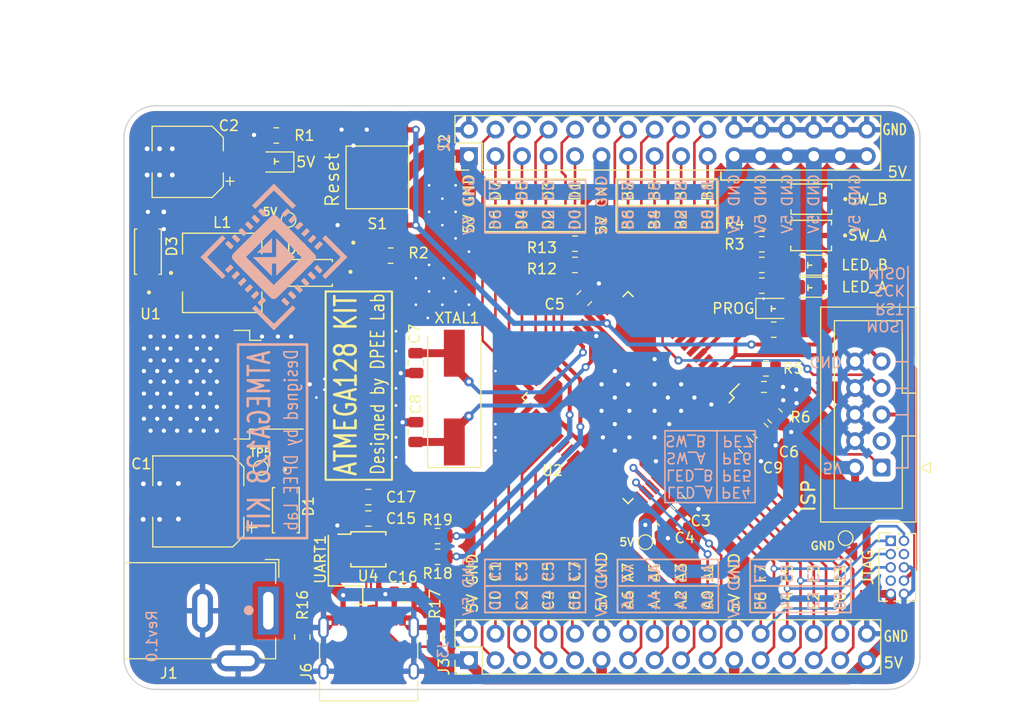
<source format=kicad_pcb>
(kicad_pcb (version 20211014) (generator pcbnew)
  (title_block (title "ATMega 128 Development Board Kit") (rev "1.0") (company "DPEE LAB"))
  (layers (0 "F.Cu" signal) (31 "B.Cu" signal) (34 "B.Paste" user) (35 "F.Paste" user) (36 "B.SilkS" user "B.Silkscreen") (37 "F.SilkS" user "F.Silkscreen") (38 "B.Mask" user) (39 "F.Mask" user) (44 "Edge.Cuts" user))
  (net 0 "")
  (net 1 "/power_in")
  (net 2 "GND")
  (net 3 "+5V")
  (net 4 "/{slash}user_button_A")
  (net 5 "Net-(R3-Pad2)")
  (net 6 "/XTAL1")
  (net 7 "/XTAL2")
  (net 8 "Net-(D4-Pad1)")
  (net 9 "/{slash}user_button_B")
  (net 10 "Net-(R4-Pad2)")
  (net 11 "VDDA")
  (net 12 "/RXD0")
  (net 13 "/SPI_SCK")
  (net 14 "/TXD0")
  (net 16 "/jtag_TCK")
  (net 17 "/jtag_TDO")
  (net 18 "/jtag_TMS")
  (net 20 "/jtag_TDI")
  (net 22 "Net-(R5-Pad2)")
  (net 23 "/{slash}SPI_SS")
  (net 24 "/SPI_MOSI")
  (net 25 "/SPI_MISO")
  (net 26 "/PB4")
  (net 27 "/PB5")
  (net 28 "/PB6")
  (net 29 "/PB7")
  (net 30 "/PA7")
  (net 31 "/PA6")
  (net 32 "/PA5")
  (net 33 "/PA4")
  (net 34 "/PA3")
  (net 35 "/PA2")
  (net 36 "/PA1")
  (net 37 "/PA0")
  (net 38 "/PF3")
  (net 39 "/PF2")
  (net 40 "/PF1")
  (net 41 "/PF0")
  (net 42 "/buck_sw")
  (net 43 "/user_led_A")
  (net 44 "/user_led_B")
  (net 45 "Net-(D5-Pad2)")
  (net 46 "/PC7")
  (net 47 "/PC6")
  (net 48 "/PC4")
  (net 49 "/PC3")
  (net 50 "/PC2")
  (net 51 "/PC1")
  (net 52 "/PC0")
  (net 53 "/PD7")
  (net 54 "/PD6")
  (net 55 "/PD5")
  (net 56 "/PD4")
  (net 57 "/PD1")
  (net 58 "/PD0")
  (net 59 "/PE3")
  (net 60 "/PE2")
  (net 61 "/AREF")
  (net 62 "/{slash}PEN")
  (net 63 "/p")
  (net 64 "/PC5")
  (net 65 "/PG2")
  (net 66 "/PG1")
  (net 67 "/PG0")
  (net 68 "/PG4")
  (net 69 "/PG3")
  (net 70 "Net-(D7-Pad2)")
  (net 71 "/RXD1")
  (net 72 "/TXD1")
  (net 73 "/USB_D-")
  (net 74 "/USB_D+")
  (net 75 "Net-(J6-PadA5)")
  (net 76 "/CH_TX")
  (net 77 "/CH_RX")
  (net 78 "Net-(D6-Pad2)")
  (net 80 "Net-(J6-PadB5)")
  (net 82 "Net-(C15-Pad2)")
  (net 83 "Net-(C17-Pad1)")
  (net 84 "/nRST")
  (footprint "Resistor_SMD:R_0805_2012Metric" (layer "F.Cu") (at 114.4016 36.6776)
    (fp_text reference "R4")
    (fp_text value "10k" hide)
  )
  (footprint "TestPoint:TestPoint_Pad_D1.0mm" (layer "F.Cu") (at 69.088 36.322)
    (fp_text reference "TP1" hide)
    (fp_text value "5V")
  )
  (footprint "Connector_IDC:IDC-Header_2x05_P2.54mm_Vertical" (layer "F.Cu") (at 125.8729 60.0456 180)
    (fp_text reference "J4" hide)
    (fp_text value "ISP")
  )
  (footprint "Resistor_SMD:R_0805_2012Metric" (layer "F.Cu") (at 115.5446 46.8376)
    (fp_text reference "R10" hide)
    (fp_text value "1k" hide)
  )
  (footprint "Resistor_SMD:R_0603_1608Metric" (layer "F.Cu") (at 114.6048 52.324 180)
    (fp_text reference "R9" hide)
    (fp_text value "DNP" hide)
  )
  (footprint "Capacitor_SMD:C_0805_2012Metric" (layer "F.Cu") (at 114.3 56.515 -45)
    (fp_text reference "C6")
    (fp_text value "100nF" hide)
  )
  (footprint "Resistor_SMD:R_0805_2012Metric" (layer "F.Cu") (at 78.867 39.751)
    (fp_text reference "R2")
    (fp_text value "10k" hide)
  )
  (footprint "Capacitor_SMD:C_0805_2012Metric" (layer "F.Cu") (at 76.7334 62.865)
    (fp_text reference "C17")
    (fp_text value "100nF" hide)
  )
  (footprint "Resistor_SMD:R_0805_2012Metric" (layer "F.Cu") (at 114.808 50.546 180)
    (fp_text reference "R5")
    (fp_text value "1k" hide)
  )
  (footprint "Resistor_SMD:R_0805_2012Metric" (layer "F.Cu") (at 96.52 38.608 180)
    (fp_text reference "R13")
    (fp_text value "4k7" hide)
  )
  (footprint "B1047AS-331M_P3:IND_B1047AS-331M=P3" (layer "F.Cu") (at 62.738 41.402)
    (fp_text reference "L1")
    (fp_text value "330uH" hide)
  )
  (footprint "LED_SMD:LED_0805_2012Metric" (layer "F.Cu") (at 115.5192 44.8056)
    (fp_text reference "D7" hide)
    (fp_text value "PROG")
  )
  (footprint "Resistor_SMD:R_0805_2012Metric" (layer "F.Cu") (at 67.9196 28.2448 180)
    (fp_text reference "R1")
    (fp_text value "1k" hide)
  )
  (footprint "Connector_BarrelJack:BarrelJack_GCT_DCJ200-10-A_Horizontal" (layer "F.Cu") (at 67.1576 73.7466 -90)
    (fp_text reference "J1")
    (fp_text value "Power Jack" hide)
  )
  (footprint "Resistor_SMD:R_0805_2012Metric" (layer "F.Cu") (at 114.4016 38.6588)
    (fp_text reference "R3")
    (fp_text value "10k" hide)
  )
  (footprint "Resistor_SMD:R_0805_2012Metric" (layer "F.Cu") (at 114.4016 42.6212)
    (fp_text reference "R7" hide)
    (fp_text value "1k" hide)
  )
  (footprint "Package_QFP:TQFP-64_14x14mm_P0.8mm" (layer "F.Cu") (at 101.6 53.34 -135)
    (fp_text reference "U2")
    (fp_text value "ATmega128-16A" hide)
  )
  (footprint "Connector_PinHeader_2.54mm:PinHeader_2x16_P2.54mm_Vertical" (layer "F.Cu") (at 86.36 78.486 90)
    (fp_text reference "J3")
    (fp_text value "Conn_02x16_Odd_Even" hide)
  )
  (footprint "LED_SMD:LED_0805_2012Metric" (layer "F.Cu") (at 67.9196 30.7848 180)
    (fp_text reference "D4" hide)
    (fp_text value "5V")
  )
  (footprint "Crystal:Crystal_SMD_HC49-SD" (layer "F.Cu") (at 84.963 53.34 90)
    (fp_text reference "XTAL1")
    (fp_text value "7.3728M" hide)
  )
  (footprint "Connector_PinHeader_2.54mm:PinHeader_2x16_P2.54mm_Vertical" (layer "F.Cu") (at 86.36 30.226 90)
    (fp_text reference "J2")
    (fp_text value "Conn_02x16_Odd_Even" hide)
  )
  (footprint "Package_TO_SOT_SMD:TO-263-5_TabPin3" (layer "F.Cu") (at 62.418011 52.108011 180)
    (fp_text reference "U1")
    (fp_text value "LM2596S-5" hide)
  )
  (footprint "LED_SMD:LED_0805_2012Metric" (layer "F.Cu") (at 118.999 40.6654 180)
    (fp_text reference "D6" hide)
    (fp_text value "LED_B")
  )
  (footprint "Resistor_SMD:R_0805_2012Metric" (layer "F.Cu") (at 83.360895 66.5988 180)
    (fp_text reference "R19")
    (fp_text value "1k" hide)
  )
  (footprint "Capacitor_SMD:C_0805_2012Metric" (layer "F.Cu") (at 81.28 56.642 -90)
    (fp_text reference "C8")
    (fp_text value "22pF" hide)
  )
  (footprint "Capacitor_SMD:C_0805_2012Metric" (layer "F.Cu") (at 104.938751 64.897 -45)
    (fp_text reference "C4")
    (fp_text value "100nF" hide)
  )
  (footprint "Capacitor_SMD:C_0805_2012Metric" (layer "F.Cu") (at 112.8776 57.9374 135)
    (fp_text reference "C9")
    (fp_text value "100nF" hide)
  )
  (footprint "LED_SMD:LED_0805_2012Metric" (layer "F.Cu") (at 118.999 42.7736 180)
    (fp_text reference "D5" hide)
    (fp_text value "LED_A")
  )
  (footprint "Resistor_SMD:R_0805_2012Metric" (layer "F.Cu") (at 96.52 40.64 180)
    (fp_text reference "R12")
    (fp_text value "4k7" hide)
  )
  (footprint "Capacitor_SMD:C_0805_2012Metric" (layer "F.Cu") (at 97.409 43.815 45)
    (fp_text reference "C5")
    (fp_text value "100nF" hide)
  )
  (footprint "Capacitor_SMD:CP_Elec_8x10.5" (layer "F.Cu") (at 60.452011 63.284011 180)
    (fp_text reference "C1")
    (fp_text value "470uf" hide)
  )
  (footprint "Resistor_SMD:R_0805_2012Metric" (layer "F.Cu") (at 70.4088 76.2762 90)
    (fp_text reference "R16")
    (fp_text value "5.1k" hide)
  )
  (footprint "P4SMA13:DIOM4325X250N" (layer "F.Cu") (at 68.834011 64.129011 -90)
    (fp_text reference "D1")
    (fp_text value "P4SMA13" hide)
  )
  (footprint "Capacitor_SMD:C_0805_2012Metric" (layer "F.Cu") (at 106.426 63.373 -45)
    (fp_text reference "C3")
    (fp_text value "100nF" hide)
  )
  (footprint "TestPoint:TestPoint_Pad_D1.0mm" (layer "F.Cu") (at 103.251 67.183)
    (fp_text reference "TP2" hide)
    (fp_text value "5V")
  )
  (footprint "Connector_PinHeader_1.27mm:PinHeader_2x05_P1.27mm_Vertical" (layer "F.Cu") (at 126.746 67.056)
    (fp_text reference "J5" hide)
    (fp_text value "JTAG")
  )
  (footprint "TestPoint:TestPoint_Pad_D1.0mm" (layer "F.Cu") (at 122.428 66.802)
    (fp_text reference "TP4" hide)
    (fp_text value "GND")
  )
  (footprint "Resistor_SMD:R_0805_2012Metric" (layer "F.Cu") (at 83.360895 68.58 180)
    (fp_text reference "R18")
    (fp_text value "1k" hide)
  )
  (footprint "TestPoint:TestPoint_Pad_D1.0mm" (layer "F.Cu") (at 66.421 60.071)
    (fp_text reference "TP5")
    (fp_text value "Power In" hide)
  )
  (footprint "Resistor_SMD:R_0805_2012Metric" (layer "F.Cu") (at 114.4016 40.64)
    (fp_text reference "R8" hide)
    (fp_text value "1k" hide)
  )
  (footprint "Capacitor_SMD:C_0805_2012Metric" (layer "F.Cu") (at 81.28 50.038 90)
    (fp_text reference "C7")
    (fp_text value "22pF" hide)
  )
  (footprint "Capacitor_SMD:CP_Elec_6.3x7.7" (layer "F.Cu") (at 59.436011 30.772011 180)
    (fp_text reference "C2")
    (fp_text value "220uf" hide)
  )
  (footprint "Package_SO:MSOP-10_3x3mm_P0.5mm" (layer "F.Cu") (at 76.7334 67.8688)
    (fp_text reference "U4")
    (fp_text value "CH340E" hide)
  )
  (footprint "TL1015AF160QG:SW_TL1015AF160QG" (layer "F.Cu") (at 119.1514 34.3408 180)
    (fp_text reference "S3" hide)
    (fp_text value "SW_B")
  )
  (footprint "Capacitor_SMD:C_0805_2012Metric" (layer "F.Cu") (at 80.1624 72.1614 180)
    (fp_text reference "C16")
    (fp_text value "1uF" hide)
  )
  (footprint "P4SMA13:DIOM4325X250N" (layer "F.Cu") (at 55.626 39.37 90)
    (fp_text reference "D3")
    (fp_text value "P4SMA13" hide)
  )
  (footprint "Capacitor_SMD:C_0805_2012Metric" (layer "F.Cu") (at 76.7334 64.9224)
    (fp_text reference "C15")
    (fp_text value "10nF" hide)
  )
  (footprint "Resistor_SMD:R_0805_2012Metric" (layer "F.Cu") (at 83.1088 76.2762 90)
    (fp_text reference "R17")
    (fp_text value "5.1k" hide)
  )
  (footprint "TL1015AF160QG:SW_TL1015AF160QG" (layer "F.Cu") (at 119.126 37.8206 180)
    (fp_text reference "S2" hide)
    (fp_text value "SW_A")
  )
  (footprint "SW1437565-9:SW_4-1437565-9" (layer "F.Cu") (at 77.597 32.258 90)
    (fp_text reference "S1")
    (fp_text value "Reset")
  )
  (footprint "P4SMA13:DIOM4325X250N" (layer "F.Cu") (at 71.12 41.402 180)
    (fp_text reference "D2")
    (fp_text value "P4SMA13" hide)
  )
  (footprint "Connector_USB:USB_C_Receptacle_HRO_TYPE-C-31-M-12" (layer "F.Cu") (at 76.7588 78.487194)
    (fp_text reference "J6")
    (fp_text value "USB_C_Receptacle_USB2.0" hide)
  )
  (footprint "Resistor_SMD:R_0805_2012Metric" (layer "F.Cu") (at 115.6716 55.0926 135)
    (fp_text reference "R6")
    (fp_text value "120R" hide)
  )
  (footprint "atm128:dpee_logo" (layer "B.Cu") (at 67.691 39.878 -90)
    (fp_text reference "G***" hide)
    (fp_text value "LOGO" hide)
  )
  (gr_line (start 128.397 60.071) (end 127.254 60.071) (layer "B.SilkS") (width 0.15))
  (gr_line (start 128.397 49.911) (end 128.397 40.767) (layer "B.SilkS") (width 0.15))
  (gr_rect (start 64.262 48.26) (end 70.866 66.802) (layer "B.SilkS") (width 0.254) (fill none))
  (gr_line (start 128.397 49.911) (end 128.397 60.071) (layer "B.SilkS") (width 0.15))
  (gr_rect (start 113.284 68.834) (end 122.936 73.914) (layer "B.SilkS") (width 0.15) (fill none))
  (gr_line (start 128.397 54.991) (end 127.254 54.991) (layer "B.SilkS") (width 0.15))
  (gr_line (start 100.584 71.374) (end 110.236 71.374) (layer "B.SilkS") (width 0.15))
  (gr_rect (start 105.1306 63.3984) (end 113.7666 56.515) (layer "B.SilkS") (width 0.15) (fill none))
  (gr_line (start 87.884 71.374) (end 97.536 71.374) (layer "B.SilkS") (width 0.15))
  (gr_line (start 110.109 56.515) (end 110.109 63.373) (layer "B.SilkS") (width 0.15))
  (gr_line (start 87.884 35.052) (end 97.536 35.052) (layer "B.SilkS") (width 0.15))
  (gr_rect (start 100.584 68.834) (end 110.236 73.914) (layer "B.SilkS") (width 0.15) (fill none))
  (gr_rect (start 87.884 32.512) (end 97.536 37.592) (layer "B.SilkS") (width 0.15) (fill none))
  (gr_line (start 100.584 35.052) (end 110.236 35.052) (layer "B.SilkS") (width 0.15))
  (gr_line (start 127.254 49.911) (end 128.397 49.911) (layer "B.SilkS") (width 0.15))
  (gr_rect (start 100.584 32.512) (end 110.236 37.592) (layer "B.SilkS") (width 0.15) (fill none))
  (gr_line (start 128.397 52.451) (end 127.254 52.451) (layer "B.SilkS") (width 0.15))
  (gr_line (start 113.284 71.374) (end 122.936 71.374) (layer "B.SilkS") (width 0.15))
  (gr_rect (start 87.884 68.834) (end 97.536 73.914) (layer "B.SilkS") (width 0.15) (fill none))
  (gr_circle (center 65.278 73.7108) (end 65.674761 73.7108) (layer "B.SilkS") (width 0.15) (fill solid))
  (gr_line (start 110.49 32.512) (end 128.651 32.512) (layer "F.SilkS") (width 0.15))
  (gr_rect (start 87.884 32.385) (end 97.536 37.465) (layer "F.SilkS") (width 0.15) (fill none))
  (gr_line (start 87.884 71.374) (end 97.536 71.374) (layer "F.SilkS") (width 0.15))
  (gr_line (start 100.584 71.374) (end 110.236 71.374) (layer "F.SilkS") (width 0.15))
  (gr_line (start 118.8212 42.8244) (end 119.2022 42.8244) (layer "F.SilkS") (width 0.15))
  (gr_rect (start 100.457 32.385) (end 110.109 37.465) (layer "F.SilkS") (width 0.15) (fill none))
  (gr_rect (start 87.884 68.834) (end 97.536 73.914) (layer "F.SilkS") (width 0.15) (fill none))
  (gr_line (start 75.438 73.152) (end 76.962 73.152) (layer "F.SilkS") (width 0.15))
  (gr_rect (start 72.644 43.18) (end 78.994 61.214) (layer "F.SilkS") (width 0.2032) (fill none))
  (gr_line (start 72.898 70.866) (end 72.898 71.374) (layer "F.SilkS") (width 0.15))
  (gr_line (start 67.7545 30.734) (end 68.1355 30.734) (layer "F.SilkS") (width 0.15))
  (gr_line (start 115.3287 44.831) (end 115.7097 44.831) (layer "F.SilkS") (width 0.15))
  (gr_rect (start 100.584 68.834) (end 110.236 73.914) (layer "F.SilkS") (width 0.15) (fill none))
  (gr_rect (start 113.284 68.834) (end 122.936 73.914) (layer "F.SilkS") (width 0.15) (fill none))
  (gr_line (start 72.898 71.374) (end 76.2 71.374) (layer "F.SilkS") (width 0.15))
  (gr_line (start 118.8085 40.6654) (end 119.1895 40.6654) (layer "F.SilkS") (width 0.15))
  (gr_line (start 118.8085 40.4114) (end 118.8085 40.9194) (layer "F.SilkS") (width 0.15))
  (gr_line (start 76.2 71.374) (end 76.2 73.152) (layer "F.SilkS") (width 0.15))
  (gr_line (start 113.284 71.374) (end 122.936 71.374) (layer "F.SilkS") (width 0.15))
  (gr_line (start 87.884 34.925) (end 97.536 34.925) (layer "F.SilkS") (width 0.15))
  (gr_line (start 115.3287 44.577) (end 115.3287 45.085) (layer "F.SilkS") (width 0.15))
  (gr_line (start 110.49 31.75) (end 110.49 32.512) (layer "F.SilkS") (width 0.15))
  (gr_line (start 118.8212 42.5704) (end 118.8212 43.0784) (layer "F.SilkS") (width 0.15))
  (gr_line (start 72.898 66.548) (end 72.898 70.866) (layer "F.SilkS") (width 0.15))
  (gr_line (start 67.7545 30.48) (end 67.7545 30.988) (layer "F.SilkS") (width 0.15))
  (gr_line (start 100.457 34.925) (end 110.109 34.925) (layer "F.SilkS") (width 0.15))
  (gr_arc locked (start 56.384261 81.283739) (mid 54.229009 80.390991) (end 53.336261 78.235739) (layer "Edge.Cuts") (width 0.127))
  (gr_arc (start 129.543739 78.235739) (mid 128.651 80.391) (end 126.495739 81.283739) (layer "Edge.Cuts") (width 0.127))
  (gr_arc (start 126.495739 25.4) (mid 128.650762 26.290332) (end 129.543739 28.444261) (layer "Edge.Cuts") (width 0.127))
  (gr_line (start 53.336261 78.235739) (end 53.336261 28.444261) (layer "Edge.Cuts") (width 0.127))
  (gr_line (start 129.543739 28.444261) (end 129.543739 78.235739) (layer "Edge.Cuts") (width 0.127))
  (gr_arc (start 53.336261 28.444261) (mid 54.229223 26.290317) (end 56.384261 25.4) (layer "Edge.Cuts") (width 0.127))
  (gr_line (start 56.384261 25.4) (end 126.495739 25.4) (layer "Edge.Cuts") (width 0.127))
  (gr_line locked (start 126.495739 81.283739) (end 56.384261 81.283739) (layer "Edge.Cuts") (width 0.127))
  (gr_text "D3 D2" (at 93.98 34.925 90) (layer "B.SilkS") (effects (font (size 1.016 1.016) (thickness 0.1524)) (justify mirror)))
  (gr_text "D7 D6" (at 88.9 34.925 90) (layer "B.SilkS") (effects (font (size 1.016 1.016) (thickness 0.1524)) (justify mirror)))
  (gr_text "GND 5V" (at 111.76 71.628 90) (layer "B.SilkS") (effects (font (size 1.016 1.016) (thickness 0.1524)) (justify mirror)))
  (gr_text "GND 5V" (at 116.84 34.798 90) (layer "B.SilkS") (effects (font (size 1.016 1.016) (thickness 0.1524)) (justify mirror)))
  (gr_text "B5 B4" (at 104.14 34.925 90) (layer "B.SilkS") (effects (font (size 1.016 1.016) (thickness 0.1524)) (justify mirror)))
  (gr_text "ATMEGA128 KIT" (at 66.294 57.531 90) (layer "B.SilkS") (effects (font (size 2.032 1.524) (thickness 0.254)) (justify mirror)))
  (gr_text "D1 D0" (at 96.52 34.925 90) (layer "B.SilkS") (effects (font (size 1.016 1.016) (thickness 0.1524)) (justify mirror)))
  (gr_text "GND 5V" (at 99.06 34.925 90) (layer "B.SilkS") (effects (font (size 1.016 1.016) (thickness 0.1524)) (justify mirror)))
  (gr_text "GND 5V" (at 123.317 34.798 90) (layer "B.SilkS") (effects (font (size 1.016 1.016) (thickness 0.1524)) (justify mirror)))
  (gr_text "J2" (at 83.947 28.956 90) (layer "B.SilkS") (effects (font (size 1 1)) (justify mirror)))
  (gr_text "LED_A PE4\nLED_B PE5\nSW_A  PE6\nSW_B  PE7" (at 109.347 59.944 180) (layer "B.SilkS") (effects (font (size 1.016 1.016) (thickness 0.1524)) (justify mirror)))
  (gr_text "RST" (at 126.619 44.831 180) (layer "B.SilkS") (effects (font (size 1.016 1.016) (thickness 0.1524)) (justify mirror)))
  (gr_text "GND 5V" (at 111.76 34.798 90) (layer "B.SilkS") (effects (font (size 1.016 1.016) (thickness 0.1524)) (justify mirror)))
  (gr_text "B7 B6" (at 101.6 34.925 90) (layer "B.SilkS") (effects (font (size 1.016 1.016) (thickness 0.1524)) (justify mirror)))
  (gr_text "GND 5V" (at 86.3346 71.374 90) (layer "B.SilkS") (effects (font (size 1.016 1.016) (thickness 0.1524)) (justify mirror)))
  (gr_text "Designed by DPEE Lab" (at 69.342 57.404 90) (layer "B.SilkS") (effects (font (size 1.27 1.016) (thickness 0.1524)) (justify mirror)))
  (gr_text "F5 F4" (at 116.84 71.501 90) (layer "B.SilkS") (effects (font (size 1.016 1.016) (thickness 0.1524)) (justify mirror)))
  (gr_text "C7 C6" (at 96.52 71.374 90) (layer "B.SilkS") (effects (font (size 1.016 1.016) (thickness 0.1524)) (justify mirror)))
  (gr_text "F1 F0" (at 121.92 71.501 90) (layer "B.SilkS") (effects (font (size 1.016 1.016) (thickness 0.1524)) (justify mirror)))
  (gr_text "B3 B2" (at 106.68 34.925 90) (layer "B.SilkS") (effects (font (size 1.016 1.016) (thickness 0.1524)) (justify mirror)))
  (gr_text "Rev1.0" (at 56.007 76.2 90) (layer "B.SilkS") (effects (font (size 1 1)) (justify mirror)))
  (gr_text "A3 A4" (at 106.68 71.501 90) (layer "B.SilkS") (effects (font (size 1.016 1.016) (thickness 0.1524)) (justify mirror)))
  (gr_text "A7 A6" (at 101.6 71.501 90) (layer "B.SilkS") (effects (font (size 1.016 1.016) (thickness 0.1524)) (justify mirror)))
  (gr_text "D5 D4" (at 91.44 34.925 90) (layer "B.SilkS") (effects (font (size 1.016 1.016) (thickness 0.1524)) (justify mirror)))
  (gr_text "A1 A0" (at 109.22 71.501 90) (layer "B.SilkS") (effects (font (size 1.016 1.016) (thickness 0.1524)) (justify mirror)))
  (gr_text "MISO" (at 126.365 41.402 180) (layer "B.SilkS") (effects (font (size 1.016 1.016) (thickness 0.1524)) (justify mirror)))
  (gr_text "GND 5V" (at 119.38 34.798 90) (layer "B.SilkS") (effects (font (size 1.016 1.016) (thickness 0.1524)) (justify mirror)))
  (gr_text "J3" (at 83.8962 77.47 90) (layer "B.SilkS") (effects (font (size 1 1)) (justify mirror)))
  (gr_text "C3 C2" (at 91.44 71.374 90) (layer "B.SilkS") (effects (font (size 1.016 1.016) (thickness 0.1524)) (justify mirror)))
  (gr_text "5V" (at 121.158 60.071 180) (layer "B.SilkS") (effects (font (size 1.016 1.016) (thickness 0.1524)) (justify mirror)))
  (gr_text "SCK" (at 126.619 43.053 180) (layer "B.SilkS") (effects (font (size 1.016 1.016) (thickness 0.1524)) (justify mirror)))
  (gr_text "GND 5V" (at 114.3 34.798 90) (layer "B.SilkS") (effects (font (size 1.016 1.016) (thickness 0.1524)) (justify mirror)))
  (gr_text "GND" (at 120.523 49.911 180) (layer "B.SilkS") (effects (font (size 1.016 1.016) (thickness 0.1524)) (justify mirror)))
  (gr_text "MOSI" (at 126.238 46.482 180) (layer "B.SilkS") (effects (font (size 1.016 1.016) (thickness 0.1524)) (justify mirror)))
  (gr_text "B1 B0" (at 109.22 34.925 90) (layer "B.SilkS") (effects (font (size 1.016 1.016) (thickness 0.1524)) (justify mirror)))
  (gr_text "F3 F2" (at 119.38 71.501 90) (layer "B.SilkS") (effects (font (size 1.016 1.016) (thickness 0.1524)) (justify mirror)))
  (gr_text "C5 C4" (at 93.98 71.374 90) (layer "B.SilkS") (effects (font (size 1.016 1.016) (thickness 0.1524)) (justify mirror)))
  (gr_text "C1 C0" (at 88.9 71.374 90) (layer "B.SilkS") (effects (font (size 1.016 1.016) (thickness 0.1524)) (justify mirror)))
  (gr_text "GND 5V" (at 99.06 71.501 90) (layer "B.SilkS") (effects (font (size 1.016 1.016) (thickness 0.1524)) (justify mirror)))
  (gr_text "F7 F6" (at 114.3 71.501 90) (layer "B.SilkS") (effects (font (size 1.016 1.016) (thickness 0.1524)) (justify mirror)))
  (gr_text "A5 A4" (at 104.14 71.501 90) (layer "B.SilkS") (effects (font (size 1.016 1.016) (thickness 0.1524)) (justify mirror)))
  (gr_text "GND 5V" (at 86.36 34.925 90) (layer "B.SilkS") (effects (font (size 1.016 1.016) (thickness 0.1524)) (justify mirror)))
  (gr_text "C6 C7" (at 96.52 71.374 90) (layer "F.SilkS") (effects (font (size 1.016 1.016) (thickness 0.1524))))
  (gr_text "D2 D3" (at 93.98 34.925 90) (layer "F.SilkS") (effects (font (size 1.016 1.016) (thickness 0.1524))))
  (gr_text "B6 B7" (at 101.6 34.925 90) (layer "F.SilkS") (effects (font (size 1.016 1.016) (thickness 0.1524))))
  (gr_text "5V GND" (at 86.36 34.798 90) (layer "F.SilkS") (effects (font (size 1.016 1.016) (thickness 0.1524))))
  (gr_text "GND" (at 127.127 27.686) (layer "F.SilkS") (effects (font (size 1.016 0.762) (thickness 0.1524))))
  (gr_text "F2 F3" (at 119.38 71.501 90) (layer "F.SilkS") (effects (font (size 1.016 1.016) (thickness 0.1524))))
  (gr_text "F4 F5" (at 116.84 71.501 90) (layer "F.SilkS") (effects (font (size 1.016 1.016) (thickness 0.1524))))
  (gr_text "ATMEGA128 KIT" (at 74.5744 52.1462 90) (layer "F.SilkS") (effects (font (size 2.032 1.524) (thickness 0.254))))
  (gr_text "B4 B5" (at 104.14 34.925 90) (layer "F.SilkS") (effects (font (size 1.016 1.016) (thickness 0.1524))))
  (gr_text "D0 D1" (at 96.52 34.925 90) (layer "F.SilkS") (effects (font (size 1.016 1.016) (thickness 0.1524))))
  (gr_text "D6 D7" (at 88.9 34.925 90) (layer "F.SilkS") (effects (font (size 1.016 1.016) (thickness 0.1524))))
  (gr_text "5V" (at 127 78.74) (layer "F.SilkS") (effects (font (size 1.016 1.016) (thickness 0.1524))))
  (gr_text "F6 F7" (at 114.3 71.501 90) (layer "F.SilkS") (effects (font (size 1.016 1.016) (thickness 0.1524))))
  (gr_text "UART1" (at 72.136 68.834 90) (layer "F.SilkS") (effects (font (size 1.016 1.016) (thickness 0.1524))))
  (gr_text "C2 C3" (at 91.44 71.374 90) (layer "F.SilkS") (effects (font (size 1.016 1.016) (thickness 0.1524))))
  (gr_text "C4 C5" (at 93.98 71.374 90) (layer "F.SilkS") (effects (font (size 1.016 1.016) (thickness 0.1524))))
  (gr_text "F0 F1" (at 121.92 71.501 90) (layer "F.SilkS") (effects (font (size 1.016 1.016) (thickness 0.1524))))
  (gr_text "5V" (at 127.381 31.75) (layer "F.SilkS") (effects (font (size 1.016 1.016) (thickness 0.1524))))
  (gr_text "D4 D5" (at 91.44 34.925 90) (layer "F.SilkS") (effects (font (size 1.016 1.016) (thickness 0.1524))))
  (gr_text "A4 A5" (at 104.14 71.374 90) (layer "F.SilkS") (effects (font (size 1.016 1.016) (thickness 0.1524))))
  (gr_text "5V GND" (at 99.06 70.9422 90) (layer "F.SilkS") (effects (font (size 1.016 1.016) (thickness 0.1524))))
  (gr_text "A6 A7" (at 101.6 71.374 90) (layer "F.SilkS") (effects (font (size 1.016 1.016) (thickness 0.1524))))
  (gr_text "C0 C1" (at 88.9 71.374 90) (layer "F.SilkS") (effects (font (size 1.016 1.016) (thickness 0.1524))))
  (gr_text "Designed by DPEE Lab" (at 77.6224 52.0446 90) (layer "F.SilkS") (effects (font (size 1.27 1.016) (thickness 0.1524))))
  (gr_text "5V GND" (at 111.76 71.0692 90) (layer "F.SilkS") (effects (font (size 1.016 1.016) (thickness 0.1524))))
  (gr_text "A0 A1" (at 109.22 71.374 90) (layer "F.SilkS") (effects (font (size 1.016 1.016) (thickness 0.1524))))
  (gr_text "GND" (at 127.254 76.2) (layer "F.SilkS") (effects (font (size 1.016 0.762) (thickness 0.1524))))
  (gr_text "A2 A3" (at 106.68 71.374 90) (layer "F.SilkS") (effects (font (size 1.016 1.016) (thickness 0.1524))))
  (gr_text "B0 B1" (at 109.22 34.925 90) (layer "F.SilkS") (effects (font (size 1.016 1.016) (thickness 0.1524))))
  (gr_text "5V GND" (at 86.6902 71.12 90) (layer "F.SilkS") (effects (font (size 1.016 1.016) (thickness 0.1524))))
  (gr_text "5V GND" (at 99.06 34.925 90) (layer "F.SilkS") (effects (font (size 1.016 1.016) (thickness 0.1524))))
  (gr_text "B2 B3" (at 106.68 34.925 90) (layer "F.SilkS") (effects (font (size 1.016 1.016) (thickness 0.1524))))
  (segment (start 64.152011 63.284011) (end 65.422011 62.014011) (width 1.524) (layer "F.Cu") (net 1))
  (segment (start 65.422011 62.014011) (end 68.834011 62.014011) (width 1.524) (layer "F.Cu") (net 1))
  (segment (start 74.168 53.34) (end 74.168 42.334993) (width 1.27) (layer "F.Cu") (net 1))
  (segment (start 74.168 42.334993) (end 73.235007 41.402) (width 1.27) (layer "F.Cu") (net 1))
  (segment (start 68.193011 61.373011) (end 68.193011 55.508011) (width 1.016) (layer "F.Cu") (net 1))
  (segment (start 71.999983 55.508017) (end 74.168 53.34) (width 1.27) (layer "F.Cu") (net 1))
  (segment (start 68.193006 55.508017) (end 71.999983 55.508017) (width 1.27) (layer "F.Cu") (net 1))
  (segment (start 68.834011 62.014011) (end 68.193011 61.373011) (width 1.016) (layer "F.Cu") (net 1))
  (segment (start 55.626 37.255) (end 57.106 37.255) (width 1.27) (layer "F.Cu") (net 2))
  (segment (start 74.168 27.686) (end 74.19 27.708) (width 0.762) (layer "F.Cu") (net 2))
  (segment (start 69.342 47.559022) (end 68.193011 48.708011) (width 1.27) (layer "F.Cu") (net 2))
  (segment (start 104.267 59.436) (end 104.267 59.966798) (width 0.381) (layer "F.Cu") (net 2))
  (segment (start 113.549351 58.659951) (end 114.3254 59.436) (width 0.762) (layer "F.Cu") (net 2))
  (segment (start 55.1942 61.595) (end 58.5216 61.595) (width 1.016) (layer "F.Cu") (net 2))
  (segment (start 55.626 37.255) (end 55.626 37.084) (width 1.27) (layer "F.Cu") (net 2))
  (segment (start 114.997151 57.186751) (end 115.7224 57.912) (width 0.762) (layer "F.Cu") (net 2))
  (segment (start 73.1774 67.515822) (end 73.1774 66.167) (width 0.254) (layer "F.Cu") (net 2))
  (segment (start 58.5216 64.9986) (end 58.547 64.9732) (width 1.016) (layer "F.Cu") (net 2))
  (segment (start 56.736011 32.021811) (end 56.7436 32.0294) (width 1.016) (layer "F.Cu") (net 2))
  (segment (start 73.809 36.808) (end 73.787 36.83) (width 0.762) (layer "F.Cu") (net 2))
  (segment (start 74.19 27.708) (end 75.347 27.708) (width 0.762) (layer "F.Cu") (net 2))
  (segment (start 55.5498 29.5148) (end 57.9628 29.5148) (width 1.016) (layer "F.Cu") (net 2))
  (segment (start 76.559 27.708) (end 76.581 27.686) (width 0.762) (layer "F.Cu") (net 2))
  (segment (start 81.2698 55.7022) (end 81.28 55.692) (width 0.762) (layer "F.Cu") (net 2))
  (segment (start 68.193011 52.108011) (end 71.081989 52.108011) (width 0.762) (layer "F.Cu") (net 2))
  (segment (start 110.721677 55.107767) (end 110.682967 55.107767) (width 0.381) (layer "F.Cu") (net 2))
  (segment (start 55.1688 64.9986) (end 58.5216 64.9986) (width 1.016) (layer "F.Cu") (net 2))
  (segment (start 56.736011 29.522389) (end 56.7436 29.5148) (width 1.016) (layer "F.Cu") (net 2))
  (segment (start 56.736011 30.843189) (end 55.5498 32.0294) (width 1.016) (layer "F.Cu") (net 2))
  (segment (start 81.2648 51.0032) (end 81.28 50.988) (width 0.762) (layer "F.Cu") (net 2))
  (segment (start 80.01 55.7022) (end 81.2698 55.7022) (width 0.762) (layer "F.Cu") (net 2))
  (segment (start 75.347 27.708) (end 75.347 29.174) (width 0.762) (layer "F.Cu") (net 2))
  (segment (start 56.752011 63.284011) (end 56.752011 63.152811) (width 1.016) (layer "F.Cu") (net 2))
  (segment (start 56.752011 63.284011) (end 56.857811 63.284011) (width 1.016) (layer "F.Cu") (net 2))
  (segment (start 75.347 29.174) (end 75.311 29.21) (width 0.762) (layer "F.Cu") (net 2))
  (segment (start 56.736011 30.772011) (end 56.736011 30.701011) (width 1.016) (layer "F.Cu") (net 2))
  (segment (start 56.752011 64.990189) (end 56.7436 64.9986) (width 1.016) (layer "F.Cu") (net 2))
  (segment (start 75.347 27.708) (end 76.559 27.708) (width 0.762) (layer "F.Cu") (net 2))
  (segment (start 57.15 35.56) (end 57.15 37.211) (width 1.27) (layer "F.Cu") (net 2))
  (segment (start 114.971751 57.186751) (end 113.549351 58.609151) (width 0.762) (layer "F.Cu") (net 2))
  (segment (start 58.5216 61.595) (end 58.547 61.5696) (width 1.016) (layer "F.Cu") (net 2))
  (segment (start 56.857811 63.284011) (end 58.547 64.9732) (width 1.016) (layer "F.Cu") (net 2))
  (segment (start 56.736011 30.741589) (end 57.9628 29.5148) (width 1.016) (layer "F.Cu") (net 2))
  (segment (start 56.752011 63.152811) (end 55.1942 61.595) (width 1.016) (layer "F.Cu") (net 2))
  (segment (start 66.548 47.498) (end 67.758011 48.708011) (width 1.27) (layer "F.Cu") (net 2))
  (segment (start 67.758011 48.708011) (end 68.193011 48.708011) (width 1.27) (layer "F.Cu") (net 2))
  (segment (start 114.5817 43.8681) (end 114.5794 43.8658) (width 0.508) (layer "F.Cu") (net 2))
  (segment (start 56.752011 63.284011) (end 56.752011 63.415389) (width 1.016) (layer "F.Cu") (net 2))
  (segment (start 56.736011 30.802611) (end 57.9628 32.0294) (width 1.016) (layer "F.Cu") (net 2))
  (segment (start 68.072 48.587) (end 68.193011 48.708011) (width 0.762) (layer "F.Cu") (net 2))
  (segment (start 73.1774 66.167) (end 73.7616 65.5828) (width 0.254) (layer "F.Cu") (net 2))
  (segment (start 114.5817 44.8056) (end 114.5817 43.8681) (width 0.508) (layer "F.Cu") (net 2))
  (segment (start 104.267 59.966798) (end 105.064823 60.764621) (width 0.381) (layer "F.Cu") (net 2))
  (segment (start 56.736011 30.772011) (end 56.736011 29.522389) (width 1.016) (layer "F.Cu") (net 2))
  (segment (start 65.8368 28.2448) (end 65.786 28.194) (width 0.762) (layer "F.Cu") (net 2))
  (segment (start 97.569491 46.481064) (end 97.585864 46.481064) (width 0.381) (layer "F.Cu") (net 2))
  (segment (start 105.610502 65.568751) (end 105.41 65.769253) (width 0.762) (layer "F.Cu") (net 2))
  (segment (start 68.072 47.498) (end 68.072 48.587) (width 0.762) (layer "F.Cu") (net 2))
  (segment (start 67.0071 28.2448) (end 65.8368 28.2448) (width 0.762) (layer "F.Cu") (net 2))
  (segment (start 66.548 47.498) (end 69.342 47.498) (width 1.27) (layer "F.Cu") (net 2))
  (segment (start 56.736011 30.772011) (end 56.736011 32.021811) (width 1.016) (layer "F.Cu") (net 2))
  (segment (start 55.626 35.56) (end 57.15 35.56) (width 1.27) (layer "F.Cu") (net 2))
  (segment (start 69.342 47.498) (end 69.342 47.559022) (width 1.27) (layer "F.Cu") (net 2))
  (segment (start 74.5334 67.8688) (end 73.530378 67.8688) (width 0.254) (layer "F.Cu") (net 2))
  (segment (start 55.626 37.255) (end 55.626 35.56) (width 1.27) (layer "F.Cu") (net 2))
  (segment (start 55.5498 32.0294) (end 57.9628 32.0294) (width 1.016) (layer "F.Cu") (net 2))
  (segment (start 115.4298 52.324) (end 116.4336 52.324) (width 0.381) (layer "F.Cu") (net 2))
  (segment (start 55.626 37.084) (end 57.15 35.56) (width 1.27) (layer "F.Cu") (net 2))
  (segment (start 97.585864 46.481064) (end 98.552 47.4472) (width 0.381) (layer "F.Cu") (net 2))
  (segment (start 56.736011 30.701011) (end 55.5498 29.5148) (width 1.016) (layer "F.Cu") (net 2))
  (segment (start 56.752011 63.284011) (end 56.752011 64.990189) (width 1.016) (layer "F.Cu") (net 2))
  (segment (start 107.097751 64.044751) (end 108.294249 64.044751) (width 0.762) (layer "F.Cu") (net 2))
  (segment (start 56.752011 63.284011) (end 56.752011 61.578011) (width 1.016) (layer "F.Cu") (net 2))
  (segment (start 56.736011 30.772011) (end 56.736011 30.741589) (width 1.016) (layer "F.Cu") (net 2))
  (segment (start 56.752011 61.578011) (end 56.7436 61.5696) (width 1.016) (layer "F.Cu") (net 2))
  (segment (start 108.294249 64.044751) (end 108.331 64.008) (width 0.762) (layer "F.Cu") (net 2))
  (segment (start 75.347 36.808) (end 73.809 36.808) (width 0.762) (layer "F.Cu") (net 2))
  (segment (start 56.752011 63.415389) (end 55.1688 64.9986) (width 1.016) (layer "F.Cu") (net 2))
  (segment (start 56.736011 30.772011) (end 56.736011 30.802611) (width 1.016) (layer "F.Cu") (net 2))
  (segment (start 98.080751 43.143249) (end 98.806 42.418) (width 0.508) (layer "F.Cu") (net 2))
  (segment (start 56.752011 63.284011) (end 56.832589 63.284011) (width 1.016) (layer "F.Cu") (net 2))
  (segment (start 110.682967 55.107767) (end 109.5756 54.0004) (width 0.381) (layer "F.Cu") (net 2))
  (segment (start 79.8322 51.0032) (end 81.2648 51.0032) (width 0.762) (layer "F.Cu") (net 2))
  (segment (start 73.530378 67.8688) (end 73.1774 67.515822) (width 0.254) (layer "F.Cu") (net 2))
  (segment (start 105.41 65.769253) (end 105.41 66.802) (width 0.762) (layer "F.Cu") (net 2))
  (segment (start 57.106 37.255) (end 57.15 37.211) (width 1.27) (layer "F.Cu") (net 2))
  (segment (start 71.081989 52.108011) (end 71.12 52.07) (width 0.762) (layer "F.Cu") (net 2))
  (segment (start 56.736011 30.772011) (end 56.736011 30.843189) (width 1.016) (layer "F.Cu") (net 2))
  (segment (start 56.832589 63.284011) (end 58.547 61.5696) (width 1.016) (layer "F.Cu") (net 2))
  (via (at 55.1942 61.595) (size 0.9144) (drill 0.4572) (layers "F.Cu" "B.Cu") (net 2))
  (via (at 105.537 55.88) (size 0.6604) (drill 0.4064) (layers "F.Cu" "B.Cu") (net 2))
  (via (at 99.187 57.15) (size 0.6604) (drill 0.4064) (layers "F.Cu" "B.Cu") (net 2))
  (via (at 99.06 54.61) (size 0.6604) (drill 0.4064) (layers "F.Cu" "B.Cu") (net 2))
  (via (at 56.515 48.641) (size 0.6604) (drill 0.4064) (layers "F.Cu" "B.Cu") (net 2))
  (via (at 68.072 47.498) (size 0.762) (drill 0.4064) (layers "F.Cu" "B.Cu") (net 2))
  (via (at 59.69 54.229) (size 0.6604) (drill 0.4064) (layers "F.Cu" "B.Cu") (net 2))
  (via (at 100.33 50.8) (size 0.6604) (drill 0.4064) (layers "F.Cu" "B.Cu") (net 2))
  (via (at 58.547 61.5696) (size 0.9144) (drill 0.4572) (layers "F.Cu" "B.Cu") (net 2))
  (via (at 105.41 66.802) (size 0.9144) (drill 0.4064) (layers "F.Cu" "B.Cu") (net 2))
  (via (at 104.267 59.436) (size 0.9144) (drill 0.4064) (layers "F.Cu" "B.Cu") (net 2))
  (via (at 98.552 47.4472) (size 0.762) (drill 0.4064) (layers "F.Cu" "B.Cu") (net 2))
  (via (at 69.342 47.498) (size 0.762) (drill 0.4064) (layers "F.Cu" "B.Cu") (net 2))
  (via (at 79.375 46.99) (size 0.508) (drill 0.254) (layers "F.Cu" "B.Cu") (net 2))
  (via (at 59.69 47.498) (size 0.6604) (drill 0.4064) (layers "F.Cu" "B.Cu") (net 2))
  (via (at 57.15 35.56) (size 0.9144) (drill 0.4572) (layers "F.Cu" "B.Cu") (net 2))
  (via (at 88.9 55.88) (size 0.508) (drill 0.254) (layers "F.Cu" "B.Cu") (net 2))
  (via (at 79.8322 51.0032) (size 0.9144) (drill 0.4064) (layers "F.Cu" "B.Cu") (net 2))
  (via (at 57.15 37.211) (size 0.9144) (drill 0.4064) (layers "F.Cu" "B.Cu") (net 2))
  (via (at 79.375 57.15) (size 0.508) (drill 0.254) (layers "F.Cu" "B.Cu") (net 2))
  (via (at 101.727 57.15) (size 0.6604) (drill 0.4064) (layers "F.Cu" "B.Cu") (net 2))
  (via (at 58.42 49.784) (size 0.6604) (drill 0.4064) (layers "F.Cu" "B.Cu") (net 2))
  (via (at 57.15 54.229) (size 0.6604) (drill 0.4064) (layers "F.Cu" "B.Cu") (net 2))
  (via (at 85.09 33.02) (size 0.508) (drill 0.254) (layers "F.Cu" "B.Cu") (net 2))
  (via (at 58.42 54.229) (size 0.6604) (drill 0.4064) (layers "F.Cu" "B.Cu") (net 2))
  (via (at 109.5756 54.0004) (size 0.9144) (drill 0.4064) (layers "F.Cu" "B.Cu") (net 2))
  (via (at 57.15 49.784) (size 0.6604) (drill 0.4064) (layers "F.Cu" "B.Cu") (net 2))
  (via (at 55.88 47.498) (size 0.6604) (drill 0.4064) (layers "F.Cu" "B.Cu") (net 2))
  (via (at 75.311 29.21) (size 0.9144) (drill 0.4064) (layers "F.Cu" "B.Cu") (net 2))
  (via (at 56.7436 32.0294) (size 0.9144) (drill 0.4572) (layers "F.Cu" "B.Cu") (net 2))
  (via (at 56.7436 29.5148) (size 0.9144) (drill 0.4572) (layers "F.Cu" "B.Cu") (net 2))
  (via (at 107.95 53.34) (size 0.6604) (drill 0.4064) (layers "F.Cu" "B.Cu") (net 2))
  (via (at 55.88 56.515) (size 0.6604) (drill 0.4064) (layers "F.Cu" "B.Cu") (net 2))
  (via (at 86.36 44.45) (size 0.508) (drill 0.254) (layers "F.Cu" "B.Cu") (net 2))
  (via (at 55.88 51.816) (size 0.6604) (drill 0.4064) (layers "F.Cu" "B.Cu") (net 2))
  (via (at 101.727 54.61) (size 0.6604) (drill 0.4064) (layers "F.Cu" "B.Cu") (net 2))
  (via (at 85.09 35.56) (size 0.508) (drill 0.254) (layers "F.Cu" "B.Cu") (net 2))
  (via (at 85.09 38.1) (size 0.508) (drill 0.254) (layers "F.Cu" "B.Cu") (net 2))
  (via (at 56.7436 61.5696) (size 0.9144) (drill 0.4572) (layers "F.Cu" "B.Cu") (net 2))
  (via (at 60.325 48.641) (size 0.6604) (drill 0.4064) (layers "F.Cu" "B.Cu") (net 2))
  (via (at 58.42 47.498) (size 0.6604) (drill 0.4064) (layers "F.Cu" "B.Cu") (net 2))
  (via (at 60.96 47.498) (size 0.6604) (drill 0.4064) (layers "F.Cu" "B.Cu") (net 2))
  (via (at 57.785 55.372) (size 0.6604) (drill 0.4064) (layers "F.Cu" "B.Cu") (net 2))
  (via (at 58.547 64.9732) (size 0.9144) (drill 0.4572) (layers "F.Cu" "B.Cu") (net 2))
  (via (at 71.12 52.07) (size 0.9144) (drill 0.4064) (layers "F.Cu" "B.Cu") (net 2))
  (via (at 59.69 49.784) (size 0.6604) (drill 0.4064) (layers "F.Cu" "B.Cu") (net 2))
  (via (at 60.96 51.816) (size 0.6604) (drill 0.4064) (layers "F.Cu" "B.Cu") (net 2))
  (via (at 62.23 47.498) (size 0.6604) (drill 0.4064) (layers "F.Cu" "B.Cu") (net 2))
  (via (at 60.96 54.229) (size 0.6604) (drill 0.4064) (layers "F.Cu" "B.Cu") (net 2))
  (via (at 71.755 53.34) (size 0.508) (drill 0.254) (layers "F.Cu" "B.Cu") (net 2))
  (via (at 60.96 49.784) (size 0.6604) (drill 0.4064) (layers "F.Cu" "B.Cu") (net 2))
  (via (at 60.325 50.8) (size 0.6604) (drill 0.4064) (layers "F.Cu" "B.Cu") (net 2))
  (via (at 117.7036 52.578) (size 0.6604) (drill 0.4064) (layers "F.Cu" "B.Cu") (net 2))
  (via (at 66.548 47.498) (size 0.762) (drill 0.4064) (layers "F.Cu" "B.Cu") (net 2))
  (via (at 83.947 41.91) (size 0.508) (drill 0.254) (layers "F.Cu" "B.Cu") (net 2))
  (via (at 60.96 56.515) (size 0.6604) (drill 0.4064) (layers "F.Cu" "B.Cu") (net 2))
  (via (at 115.7224 57.912) (size 0.762) (drill 0.4064) (layers "F.Cu" "B.Cu") (net 2))
  (via (at 61.595 55.372) (size 0.6604) (drill 0.4064) (layers "F.Cu" "B.Cu") (net 2))
  (via (at 85.09 43.18) (size 0.508) (drill 0.254) (layers "F.Cu" "B.Cu") (net 2))
  (via (at 117.729 53.8734) (size 0.6604) (drill 0.4064) (layers "F.Cu" "B.Cu") (net 2))
  (via (at 62.23 51.816) (size 0.6604) (drill 0.4064) (layers "F.Cu" "B.Cu") (net 2))
  (via (at 82.55 40.64) (size 0.508) (drill 0.254) (layers "F.Cu" "B.Cu") (net 2))
  (via (at 57.785 52.959) (size 0.6604) (drill 0.4064) (layers "F.Cu" "B.Cu") (net 2))
  (via (at 104.14 52.07) (size 0.6604) (drill 0.4064) (layers "F.Cu" "B.Cu") (net 2))
  (via (at 55.245 48.641) (size 0.6604) (drill 0.4064) (layers "F.Cu" "B.Cu") (net 2))
  (via (at 104.14 54.61) (size 0.6604) (drill 0.4064) (layers "F.Cu" "B.Cu") (net 2))
  (via (at 74.168 27.686) (size 0.9144) (drill 0.4064) (layers "F.Cu" "B.Cu") (net 2))
  (via (at 57.15 47.498) (size 0.6604) (drill 0.4064) (layers "F.Cu" "B.Cu") (net 2))
  (via (at 55.5498 32.0294) (size 0.9144) (drill 0.4572) (layers "F.Cu" "B.Cu") (net 2))
  (via (at 104.14 57.15) (size 0.6604) (drill 0.4064) (layers "F.Cu" "B.Cu") (net 2))
  (via (at 100.33 53.34) (size 0.6604) (drill 0.4064) (layers "F.Cu" "B.Cu") (net 2))
  (via (at 82.423 45.72) (size 0.508) (drill 0.254) (layers "F.Cu" "B.Cu") (net 2))
  (via (at 56.515 52.959) (size 0.6604) (drill 0.4064) (layers "F.Cu" "B.Cu") (net 2))
  (via (at 57.785 50.8) (size 0.6604) (drill 0.4064) (layers "F.Cu" "B.Cu") (net 2))
  (via (at 61.595 50.8) (size 0.6604) (drill 0.4064) (layers "F.Cu" "B.Cu") (net 2))
  (via (at 55.245 52.959) (size 0.6604) (drill 0.4064) (layers "F.Cu" "B.Cu") (net 2))
  (via (at 57.785 48.641) (size 0.6604) (drill 0.4064) (layers "F.Cu" "B.Cu") (net 2))
  (via (at 55.245 50.8) (size 0.6604) (drill 0.4064) (layers "F.Cu" "B.Cu") (net 2))
  (via (at 59.69 56.515) (size 0.6604) (drill 0.4064) (layers "F.Cu" "B.Cu") (net 2))
  (via (at 72.517 51.562) (size 0.508) (drill 0.254) (layers "F.Cu" "B.Cu") (net 2))
  (via (at 56.515 55.372) (size 0.6604) (drill 0.4064) (layers "F.Cu" "B.Cu") (net 2))
  (via (at 55.1688 64.9986) (size 0.9144) (drill 0.4572) (layers "F.Cu" "B.Cu") (net 2))
  (via (at 62.23 54.229) (size 0.6604) (drill 0.4064) (layers "F.Cu" "B.Cu") (net 2))
  (via (at 62.23 49.784) (size 0.6604) (drill 0.4064) (layers "F.Cu" "B.Cu") (net 2))
  (via (at 59.69 51.816) (size 0.6604) (drill 0.4064) (layers "F.Cu" "B.Cu") (net 2))
  (via (at 76.581 27.686) (size 0.9144) (drill 0.4064) (layers "F.Cu" "B.Cu") (net 2))
  (via (at 81.28 41.91) (size 0.508) (drill 0.254) (layers "F.Cu" "B.Cu") (net 2))
  (via (at 83.82 34.29) (size 0.508) (drill 0.254) (layers "F.Cu" "B.Cu") (net 2))
  (via (at 57.9628 32.0294) (size 0.9144) (drill 0.4572) (layers "F.Cu" "B.Cu") (net 2))
  (via (at 82.55 35.56) (size 0.508) (drill 0.254) (layers "F.Cu" "B.Cu") (net 2))
  (via (at 58.42 51.816) (size 0.6604) (drill 0.4064) (layers "F.Cu" "B.Cu") (net 2))
  (via (at 88.9 57.15) (size 0.508) (drill 0.254) (layers "F.Cu" "B.Cu") (net 2))
  (via (at 100.33 58.42) (size 0.6604) (drill 0.4064) (layers "F.Cu" "B.Cu") (net 2))
  (via (at 61.595 52.959) (size 0.6604) (drill 0.4064) (layers "F.Cu" "B.Cu") (net 2))
  (via (at 86.36 39.37) (size 0.508) (drill 0.254) (layers "F.Cu" "B.Cu") (net 2))
  (via (at 79.375 48.895) (size 0.508) (drill 0.254) (layers "F.Cu" "B.Cu") (net 2))
  (via (at 55.245 55.372) (size 0.6604) (drill 0.4064) (layers "F.Cu" "B.Cu") (net 2))
  (via (at 60.325 52.959) (size 0.6604) (drill 0.4064) (layers "F.Cu" "B.Cu") (net 2))
  (via (at 56.7436 64.9986) (size 0.9144) (drill 0.4572) (layers "F.Cu" "B.Cu") (net 2))
  (via (at 61.595 48.641) (size 0.6604) (drill 0.4064) (layers "F.Cu" "B.Cu") (net 2))
  (via (at 79.375 52.451) (size 0.508) (drill 0.254) (layers "F.Cu" "B.Cu") (net 2))
  (via (at 116.4336 52.324) (size 0.9144) (drill 0.4064) (layers "F.Cu" "B.Cu") (net 2))
  (via (at 81.28 44.45) (size 0.508) (drill 0.254) (layers "F.Cu" "B.Cu") (net 2))
  (via (at 104.14 49.657) (size 0.6604) (drill 0.4064) (layers "F.Cu" "B.Cu") (net 2))
  (via (at 98.806 42.418) (size 0.9144) (drill 0.4064) (layers "F.Cu" "B.Cu") (net 2))
  (via (at 65.786 28.194) (size 0.9144) (drill 0.4064) (layers "F.Cu" "B.Cu") (net 2))
  (via (at 73.7616 65.5828) (size 0.8) (drill 0.4) (layers "F.Cu" "B.Cu") (net 2))
  (via (at 55.5498 29.5148) (size 0.9144) (drill 0.4572) (layers "F.Cu" "B.Cu") (net 2))
  (via (at 100.33 55.88) (size 0.6604) (drill 0.4064) (layers "F.Cu" "B.Cu") (net 2))
  (via (at 72.517 52.578) (size 0.508) (drill 0.254) (layers "F.Cu" "B.Cu") (net 2))
  (via (at 57.9628 29.5148) (size 0.9144) (drill 0.4572) (layers "F.Cu" "B.Cu") (net 2))
  (via (at 108.331 64.008) (size 0.9144) (drill 0.4064) (layers "F.Cu" "B.Cu") (net 2))
  (via (at 57.15 56.515) (size 0.6604) (drill 0.4064) (layers "F.Cu" "B.Cu") (net 2))
  (via (at 58.42 56.515) (size 0.6604) (drill 0.4064) (layers "F.Cu" "B.Cu") (net 2))
  (via (at 106.68 52.07) (size 0.6604) (drill 0.4064) (layers "F.Cu" "B.Cu") (net 2))
  (via (at 80.01 55.7022) (size 0.9144) (drill 0.4064) (layers "F.Cu" "B.Cu") (net 2))
  (via (at 88.9 58.42) (size 0.508) (drill 0.254) (layers "F.Cu" "B.Cu") (net 2))
  (via (at 99.06 52.07) (size 0.6604) (drill 0.4064) (layers "F.Cu" "B.Cu") (net 2))
  (via (at 83.82 36.83) (size 0.508) (drill 0.254) (layers "F.Cu" "B.Cu") (net 2))
  (via (at 55.626 35.56) (size 0.9144) (drill 0.4064) (layers "F.Cu" "B.Cu") (net 2))
  (via (at 62.23 56.515) (size 0.6604) (drill 0.4064) (layers "F.Cu" "B.Cu") (net 2))
  (via (at 101.6 52.07) (size 0.6604) (drill 0.4064) (layers "F.Cu" "B.Cu") (net 2))
  (via (at 82.55 43.18) (size 0.508) (drill 0.254) (layers "F.Cu" "B.Cu") (net 2))
  (via (at 57.15 51.816) (size 0.6604) (drill 0.4064) (layers "F.Cu" "B.Cu") (net 2))
  (via (at 73.787 36.83) (size 0.9144) (drill 0.4064) (layers "F.Cu" "B.Cu") (net 2))
  (via (at 79.375 59.055) (size 0.508) (drill 0.254) (layers "F.Cu" "B.Cu") (net 2))
  (via (at 55.88 49.784) (size 0.6604) (drill 0.4064) (layers "F.Cu" "B.Cu") (net 2))
  (via (at 55.88 54.229) (size 0.6604) (drill 0.4064) (layers "F.Cu" "B.Cu") (net 2))
  (via (at 56.515 50.8) (size 0.6604) (drill 0.4064) (layers "F.Cu" "B.Cu") (net 2))
  (via (at 83.82 44.45) (size 0.508) (drill 0.254) (layers "F.Cu" "B.Cu") (net 2))
  (via (at 88.9 50.8) (size 0.508) (drill 0.254) (layers "F.Cu" "B.Cu") (net 2))
  (via (at 114.3254 59.436) (size 0.762) (drill 0.4064) (layers "F.Cu" "B.Cu") (net 2))
  (via (at 105.41 53.34) (size 0.6604) (drill 0.4064) (layers "F.Cu" "B.Cu") (net 2))
  (via (at 60.325 55.372) (size 0.6604) (drill 0.4064) (layers "F.Cu" "B.Cu") (net 2))
  (via (at 79.375 54.102) (size 0.508) (drill 0.254) (layers "F.Cu" "B.Cu") (net 2))
  (via (at 114.5794 43.8658) (size 0.508) (drill 0.254) (layers "F.Cu" "B.Cu") (net 2))
  (via (at 82.55 33.02) (size 0.508) (drill 0.254) (layers "F.Cu" "B.Cu") (net 2))
  (via (at 106.68 54.61) (size 0.6604) (drill 0.4064) (layers "F.Cu" "B.Cu") (net 2))
  (via (at 116.459 53.594) (size 0.6604) (drill 0.4064) (layers "F.Cu" "B.Cu") (net 2))
  (segment (start 128.524 72.136) (end 128.016 72.136) (width 0.381) (layer "B.Cu") (net 2))
  (segment (start 128.906011 69.851011) (end 128.906011 71.753989) (width 0.381) (layer "B.Cu") (net 2))
  (segment (start 128.651 69.596) (end 128.906011 69.851011) (width 0.381) (layer "B.Cu") (net 2))
  (segment (start 128.906011 71.753989) (end 128.524 72.136) (width 0.381) (layer "B.Cu") (net 2))
  (segment (start 128.016 69.596) (end 128.651 69.596) (width 0.381) (layer "B.Cu") (net 2))
  (segment (start 77.724 69.4182) (end 77.724 68.6308) (width 0.25) (layer "F.Cu") (net 3))
  (segment (start 99.059989 78.486011) (end 99.059989 80.010011) (width 1.016) (layer "F.Cu") (net 3))
  (segment (start 97.4325 41.6325) (end 97.4325 34.6475) (width 0.762) (layer "F.Cu") (net 3))
  (segment (start 65.938 41.402) (end 69.005 41.402) (width 1.016) (layer "F.Cu") (net 3))
  (segment (start 87.9175 80.297511) (end 122.648489 80.297511) (width 1.016) (layer "F.Cu") (net 3))
  (segment (start 86.36 78.74) (end 88.011 80.391) (width 0.381) (layer "F.Cu") (net 3))
  (segment (start 96.52 44.269502) (end 96.52 42.545) (width 0.762) (layer "F.Cu") (net 3))
  (segment (start 124.4346 70.9422) (end 124.4346 63.1698) (width 0.762) (layer "F.Cu") (net 3))
  (segment (start 82.169 30.226) (end 86.36 30.226) (width 1.27) (layer "F.Cu") (net 3))
  (segment (start 71.628 46.99) (end 69.005 44.367) (width 1.27) (layer "F.Cu") (net 3))
  (segment (start 111.759989 78.486011) (end 111.759989 80.263989) (width 1.016) (layer "F.Cu") (net 3))
  (segment (start 111.76 78.486) (end 111.759989 78.486011) (width 1.016) (layer "F.Cu") (net 3))
  (segment (start 124.46 78.4606) (end 124.46 78.486) (width 1.016) (layer "F.Cu") (net 3))
  (segment (start 79.2124 72.1614) (end 78.359 72.1614) (width 0.762) (layer "F.Cu") (net 3))
  (segment (start 96.737249 44.486751) (end 96.52 44.269502) (width 0.762) (layer "F.Cu") (net 3))
  (segment (start 66.9821 34.2161) (end 69.088 36.322) (width 0.762) (layer "F.Cu") (net 3))
  (segment (start 86.359989 78.74) (end 86.36 78.74) (width 0.381) (layer "F.Cu") (net 3))
  (segment (start 99.06 78.486) (end 99.059989 78.486011) (width 1.016) (layer "F.Cu") (net 3))
  (segment (start 96.52 42.545) (end 97.4325 41.6325) (width 0.762) (layer "F.Cu") (net 3))
  (segment (start 77.954505 44.600495) (end 77.954505 39.751) (width 1.27) (layer "F.Cu") (net 3))
  (segment (start 117.221 56.642) (end 116.316835 55.737835) (width 1.016) (layer "F.Cu") (net 3))
  (segment (start 102.879011 59.445011) (end 102.879011 59.71018) (width 0.381) (layer "F.Cu") (net 3))
  (segment (start 86.359989 78.74) (end 87.9175 80.297511) (width 1.016) (layer "F.Cu") (net 3))
  (segment (start 102.87 50.650202) (end 102.87 59.436) (width 0.381) (layer "F.Cu") (net 3))
  (segment (start 69.005 40.723) (end 70.6355 39.0925) (width 1.524) (layer "F.Cu") (net 3))
  (segment (start 66.969311 30.772011) (end 66.9821 30.7848) (width 0.762) (layer "F.Cu") (net 3))
  (segment (start 76.2 46.355) (end 77.954505 44.600495) (width 1.27) (layer "F.Cu") (net 3))
  (segment (start 103.251 65.532) (end 103.251 65.204498) (width 1.27) (layer "F.Cu") (net 3))
  (segment (start 68.193006 50.408002) (end 71.255001 50.408002) (width 1.27) (layer "F.Cu") (net 3))
  (segment (start 104.499138 61.330307) (end 105.754249 62.585418) (width 0.508) (layer "F.Cu") (net 3))
  (segment (start 62.136011 30.772011) (end 66.969311 30.772011) (width 0.762) (layer "F.Cu") (net 3))
  (segment (start 69.088 36.322) (end 69.088 41.319) (width 0.762) (layer "F.Cu") (net 3))
  (segment (start 71.247 50.400001) (end 71.628 50.019001) (width 1.27) (layer "F.Cu") (net 3))
  (segment (start 69.005 44.367) (end 69.005 41.402) (width 1.27) (layer "F.Cu") (net 3))
  (segment (start 66.9821 30.7848) (end 66.9821 34.2161) (width 0.762) (layer "F.Cu") (net 3))
  (segment (start 74.3088 72.2746) (end 74.3088 74.4422) (width 0.508) (layer "F.Cu") (net 3))
  (segment (start 122.648489 80.297511) (end 124.46 78.486) (width 1.016) (layer "F.Cu") (net 3))
  (segment (start 77.724 68.6308) (end 77.986 68.3688) (width 0.25) (layer "F.Cu") (net 3))
  (segment (start 76.2 58.801) (end 76.2 46.355) (width 1.27) (layer "F.Cu") (net 3))
  (segment (start 77.9545 34.4405) (end 82.169 30.226) (width 1.27) (layer "F.Cu") (net 3))
  (segment (start 123.3329 62.0681) (end 123.3329 60.0456) (width 0.762) (layer "F.Cu") (net 3))
  (segment (start 77.724 70.231) (end 77.724 69.4182) (width 0.508) (layer "F.Cu") (net 3))
  (segment (start 79.2088 74.4422) (end 79.2088 72.165) (width 0.508) (layer "F.Cu") (net 3))
  (segment (start 77.986 68.3688) (end 78.9334 68.3688) (width 0.25) (layer "F.Cu") (net 3))
  (segment (start 71.374 69.3166) (end 71.374 63.627) (width 1.27) (layer "F.Cu") (net 3))
  (segment (start 74.3204 72.263) (end 71.374 69.3166) (width 1.27) (layer "F.Cu") (net 3))
  (segment (start 126.746 72.136) (end 125.6284 72.136) (width 0.762) (layer "F.Cu") (net 3))
  (segment (start 124.4346 63.1698) (end 123.3329 62.0681) (width 0.762) (layer "F.Cu") (net 3))
  (segment (start 98.135177 45.915379) (end 98.135177 45.884679) (width 0.508) (layer "F.Cu") (net 3))
  (segment (start 78.359 72.1614) (end 77.724 71.5264) (width 0.508) (layer "F.Cu") (net 3))
  (segment (start 98.135177 45.884679) (end 96.737249 44.486751) (width 0.508) (layer "F.Cu") (net 3))
  (segment (start 102.87 59.436) (end 102.879011 59.445011) (width 0.381) (layer "F.Cu") (net 3))
  (segment (start 71.255011 50.408011) (end 71.247 50.4) (width 0.762) (layer "F.Cu") (net 3))
  (segment (start 126.746 76.1746) (end 124.46 78.4606) (width 1.016) (layer "F.Cu") (net 3))
  (segment (start 125.6284 72.136) (end 124.4346 70.9422) (width 0.762) (layer "F.Cu") (net 3))
  (segment (start 103.251 65.204498) (end 105.754249 62.701249) (width 1.27) (layer "F.Cu") (net 3))
  (segment (start 71.628 50.019001) (end 71.628 46.99) (width 1.27) (layer "F.Cu") (net 3))
  (segment (start 77.724 71.5264) (end 77.724 70.231) (width 0.508) (layer "F.Cu") (net 3))
  (segment (start 103.251 65.532) (end 103.251 67.183) (width 0.762) (layer "F.Cu") (net 3))
  (segment (start 126.746 72.136) (end 126.746 76.1746) (width 1.016) (layer "F.Cu") (net 3))
  (segment (start 70.6355 39.0925) (end 77.9545 39.0925) (width 1.524) (layer "F.Cu") (net 3))
  (segment (start 97.4325 34.6475) (end 99.06 33.02) (width 0.762) (layer "F.Cu") (net 3))
  (segment (start 102.879011 59.71018) (end 104.499138 61.330307) (width 0.381) (layer "F.Cu") (net 3))
  (segment (start 69.005 41.402) (end 69.005 40.723) (width 1.524) (layer "F.Cu") (net 3))
  (segment (start 77.9545 39.0925) (end 77.9545 34.4405) (width 1.27) (layer "F.Cu") (net 3))
  (segment (start 74.3204 72.263) (end 74.3088 72.2746) (width 0.508) (layer "F.Cu") (net 3))
  (segment (start 98.135177 45.915379) (end 102.87 50.650202) (width 0.381) (layer "F.Cu") (net 3))
  (segment (start 71.374 63.627) (end 76.2 58.801) (width 1.27) (layer "F.Cu") (net 3))
  (segment (start 99.06 33.02) (end 99.06 30.226) (width 0.762) (layer "F.Cu") (net 3))
  (segment (start 77.9545 39.751) (end 77.9545 39.0925) (width 1.27) (layer "F.Cu") (net 3))
  (via (at 74.3204 72.263) (size 0.8) (drill 0.4) (layers "F.Cu" "B.Cu") (net 3))
  (via (at 117.221 56.642) (size 0.9144) (drill 0.4064) (layers "F.Cu" "B.Cu") (net 3))
  (via (at 103.251 65.532) (size 1.1684) (drill 0.4064) (layers "F.Cu" "B.Cu") (net 3))
  (via (at 78.359 72.1614) (size 0.8) (drill 0.4) (layers "F.Cu" "B.Cu") (net 3))
  (segment (start 86.36 31.75) (end 88.265 33.655) (width 1.524) (layer "B.Cu") (net 3))
  (segment (start 86.36 30.226) (end 86.36 31.75) (width 1.524) (layer "B.Cu") (net 3))
  (segment (start 103.251 67.437) (end 105.791 69.977) (width 1.27) (layer "B.Cu") (net 3))
  (segment (start 111.76 31.75) (end 111.76 30.226) (width 1.524) (layer "B.Cu") (net 3))
  (segment (start 120.396 47.98962) (end 120.396 53.467) (width 1.524) (layer "B.Cu") (net 3))
  (segment (start 82.9564 73.8378) (end 82.9564 77.3176) (width 1.27) (layer "B.Cu") (net 3))
  (segment (start 99.06 30.226) (end 99.06 33.655) (width 1.524) (layer "B.Cu") (net 3))
  (segment (start 119.38 46.97362) (end 120.396 47.98962) (width 1.524) (layer "B.Cu") (net 3))
  (segment (start 88.265 33.655) (end 99.06 33.655) (width 1.524) (layer "B.Cu") (net 3))
  (segment (start 109.855 33.655) (end 111.4425 32.0675) (width 1.524) (layer "B.Cu") (net 3))
  (segment (start 117.1956 63.2714) (end 110.49 69.977) (width 1.524) (layer "B.Cu") (net 3))
  (segment (start 119.38 30.226) (end 119.38 46.97362) (width 1.524) (layer "B.Cu") (net 3))
  (segment (start 105.791 69.977) (end 110.49 69.977) (width 1.27) (layer "B.Cu") (net 3))
  (segment (start 123.3329 60.0456) (end 120.6246 60.0456) (width 1.27) (layer "B.Cu") (net 3))
  (segment (start 103.251 65.532) (end 103.251 67.437) (width 1.27) (layer "B.Cu") (net 3))
  (segment (start 84.1248 78.486) (end 86.36 78.486) (width 1.27) (layer "B.Cu") (net 3))
  (segment (start 82.9564 77.3176) (end 84.1248 78.486) (width 1.27) (layer "B.Cu") (net 3))
  (segment (start 111.76 30.226) (end 124.46 30.226) (width 1.27) (layer "B.Cu") (net 3))
  (segment (start 78.3082 72.2122) (end 74.3712 72.2122) (width 1.27) (layer "B.Cu") (net 3))
  (segment (start 120.6246 60.0456) (end 117.221 56.642) (width 1.27) (layer "B.Cu") (net 3))
  (segment (start 117.1956 56.6674) (end 117.1956 63.2714) (width 1.524) (layer "B.Cu") (net 3))
  (segment (start 81.3308 72.2122) (end 82.9564 73.8378) (width 1.27) (layer "B.Cu") (net 3))
  (segment (start 117.221 56.642) (end 117.1956 56.6674) (width 1.524) (layer "B.Cu") (net 3))
  (segment (start 120.396 53.467) (end 117.221 56.642) (width 1.524) (layer "B.Cu") (net 3))
  (segment (start 74.3712 72.2122) (end 74.3204 72.263) (width 1.27) (layer "B.Cu") (net 3))
  (segment (start 78.4098 72.2122) (end 81.3308 72.2122) (width 1.27) (layer "B.Cu") (net 3))
  (segment (start 99.06 33.655) (end 109.855 33.655) (width 1.524) (layer "B.Cu") (net 3))
  (segment (start 111.0488 39.4208) (end 111.8108 38.6588) (width 0.381) (layer "F.Cu") (net 4))
  (segment (start 107.327565 48.171235) (end 111.0488 44.45) (width 0.381) (layer "F.Cu") (net 4))
  (segment (start 111.0488 44.45) (end 111.0488 39.4208) (width 0.381) (layer "F.Cu") (net 4))
  (segment (start 107.327565 48.17812) (end 107.327565 48.171235) (width 0.381) (layer "F.Cu") (net 4))
  (segment (start 111.8108 38.6588) (end 113.4891 38.6588) (width 0.381) (layer "F.Cu") (net 4))
  (segment (start 116.2128 38.6588) (end 117.051 37.8206) (width 0.508) (layer "F.Cu") (net 5))
  (segment (start 115.3141 38.6588) (end 116.2128 38.6588) (width 0.508) (layer "F.Cu") (net 5))
  (segment (start 97.282 48.456315) (end 97.282 49.022) (width 0.381) (layer "F.Cu") (net 6))
  (segment (start 84.963 50.419) (end 86.36 51.816) (width 0.762) (layer "F.Cu") (net 6))
  (segment (start 84.963 49.09) (end 84.963 50.419) (width 0.762) (layer "F.Cu") (net 6))
  (segment (start 96.43812 47.612435) (end 97.282 48.456315) (width 0.381) (layer "F.Cu") (net 6))
  (segment (start 84.961 49.088) (end 84.963 49.09) (width 0.762) (layer "F.Cu") (net 6))
  (segment (start 81.28 49.088) (end 84.961 49.088) (width 0.762) (layer "F.Cu") (net 6))
  (via (at 86.36 51.816) (size 0.9144) (drill 0.4064) (layers "F.Cu" "B.Cu") (net 6))
  (via (at 97.282 49.022) (size 0.762) (drill 0.4064) (layers "F.Cu" "B.Cu") (net 6))
  (segment (start 87.376 52.832) (end 93.472 52.832) (width 0.381) (layer "B.Cu") (net 6))
  (segment (start 86.36 51.816) (end 87.376 52.832) (width 0.381) (layer "B.Cu") (net 6))
  (segment (start 93.472 52.832) (end 97.282 49.022) (width 0.381) (layer "B.Cu") (net 6))
  (segment (start 98.053011 48.146349) (end 97.003806 47.097144) (width 0.381) (layer "F.Cu") (net 7))
  (segment (start 84.961 57.592) (end 84.963 57.59) (width 0.762) (layer "F.Cu") (net 7))
  (segment (start 84.963 57.59) (end 84.963 56.515) (width 0.762) (layer "F.Cu") (net 7))
  (segment (start 98.053011 49.901989) (end 98.053011 48.146349) (width 0.381) (layer "F.Cu") (net 7))
  (segment (start 81.28 57.592) (end 84.961 57.592) (width 0.762) (layer "F.Cu") (net 7))
  (segment (start 97.536 50.419) (end 98.053011 49.901989) (width 0.381) (layer "F.Cu") (net 7))
  (segment (start 97.003806 47.097144) (end 97.003806 47.04675) (width 0.381) (layer "F.Cu") (net 7))
  (segment (start 84.963 56.515) (end 86.36 55.118) (width 0.762) (layer "F.Cu") (net 7))
  (via (at 97.536 50.419) (size 0.762) (drill 0.4064) (layers "F.Cu" "B.Cu") (net 7))
  (via (at 86.36 55.118) (size 0.9144) (drill 0.4064) (layers "F.Cu" "B.Cu") (net 7))
  (segment (start 97.536 50.419) (end 93.853 54.102) (width 0.381) (layer "B.Cu") (net 7))
  (segment (start 93.853 54.102) (end 87.376 54.102) (width 0.381) (layer "B.Cu") (net 7))
  (segment (start 87.376 54.102) (end 86.36 55.118) (width 0.381) (layer "B.Cu") (net 7))
  (segment (start 68.8321 28.2448) (end 68.8321 30.7598) (width 0.762) (layer "F.Cu") (net 8))
  (segment (start 68.8321 30.7598) (end 68.8571 30.7848) (width 0.762) (layer "F.Cu") (net 8))
  (segment (start 112.3188 36.6776) (end 113.4891 36.6776) (width 0.381) (layer "F.Cu") (net 9))
  (segment (start 110.109 38.8874) (end 112.3188 36.6776) (width 0.381) (layer "F.Cu") (net 9))
  (segment (start 107.310998 47.063317) (end 107.317883 47.063317) (width 0.381) (layer "F.Cu") (net 9))
  (segment (start 110.109 44.2722) (end 110.109 38.8874) (width 0.381) (layer "F.Cu") (net 9))
  (segment (start 106.76188 47.612435) (end 107.310998 47.063317) (width 0.381) (layer "F.Cu") (net 9))
  (segment (start 107.317883 47.063317) (end 110.109 44.2722) (width 0.381) (layer "F.Cu") (net 9))
  (segment (start 115.3141 36.6776) (end 115.3141 36.5017) (width 0.508) (layer "F.Cu") (net 10))
  (segment (start 115.3141 36.5017) (end 117.0764 34.7394) (width 0.508) (layer "F.Cu") (net 10))
  (segment (start 117.0764 34.7394) (end 117.0764 34.3408) (width 0.508) (layer "F.Cu") (net 10))
  (segment (start 111.287363 54.542082) (end 111.609281 54.864) (width 0.381) (layer "F.Cu") (net 11))
  (segment (start 111.609281 54.864) (end 112.649 54.864) (width 0.381) (layer "F.Cu") (net 11))
  (segment (start 112.649 54.864) (end 113.628249 55.843249) (width 0.381) (layer "F.Cu") (net 11))
  (segment (start 115.024133 54.447365) (end 113.628249 55.843249) (width 0.381) (layer "F.Cu") (net 11))
  (segment (start 124.6029 58.7756) (end 125.8729 60.0456) (width 0.25) (layer "F.Cu") (net 12))
  (segment (start 117.2464 50.546) (end 121.4374 54.737) (width 0.25) (layer "F.Cu") (net 12))
  (segment (start 121.4374 54.737) (end 121.4374 57.9374) (width 0.25) (layer "F.Cu") (net 12))
  (segment (start 122.2756 58.7756) (end 124.6029 58.7756) (width 0.25) (layer "F.Cu") (net 12))
  (segment (start 115.7205 50.546) (end 117.2464 50.546) (width 0.25) (layer "F.Cu") (net 12))
  (segment (start 121.4374 57.9374) (end 122.2756 58.7756) (width 0.25) (layer "F.Cu") (net 12))
  (segment (start 124.6029 51.1556) (end 125.8729 52.4256) (width 0.25) (layer "F.Cu") (net 13))
  (segment (start 106.426 49.784) (end 104.902 48.26) (width 0.25) (layer "F.Cu") (net 13))
  (segment (start 105.664936 46.481064) (end 107.95 44.196) (width 0.254) (layer "F.Cu") (net 13))
  (segment (start 118.7704 50.5968) (end 119.3292 51.1556) (width 0.25) (layer "F.Cu") (net 13))
  (segment (start 105.630509 46.481064) (end 105.664936 46.481064) (width 0.254) (layer "F.Cu") (net 13))
  (segment (start 107.95 28.956) (end 109.22 27.686) (width 0.254) (layer "F.Cu") (net 13))
  (segment (start 104.902 48.26) (end 104.902 47.209573) (width 0.25) (layer "F.Cu") (net 13))
  (segment (start 104.902 47.209573) (end 105.630509 46.481064) (width 0.25) (layer "F.Cu") (net 13))
  (segment (start 119.3292 51.1556) (end 124.6029 51.1556) (width 0.25) (layer "F.Cu") (net 13))
  (segment (start 107.95 44.196) (end 107.95 28.956) (width 0.254) (layer "F.Cu") (net 13))
  (via (at 118.7704 50.5968) (size 0.8) (drill 0.4) (layers "F.Cu" "B.Cu") (net 13))
  (via (at 106.426 49.784) (size 0.8) (drill 0.4) (layers "F.Cu" "B.Cu") (net 13))
  (segment (start 118.7704 50.5968) (end 117.9576 49.784) (width 0.25) (layer "B.Cu") (net 13))
  (segment (start 117.9576 49.784) (end 106.426 49.784) (width 0.25) (layer "B.Cu") (net 13))
  (segment (start 122.3772 48.3108) (end 124.2981 48.3108) (width 0.381) (layer "F.Cu") (net 14))
  (segment (start 121.412 49.276) (end 122.3772 48.3108) (width 0.381) (layer "F.Cu") (net 14))
  (segment (start 112.9284 46.8376) (end 114.6321 46.8376) (width 0.381) (layer "F.Cu") (net 14))
  (segment (start 124.2981 48.3108) (end 125.8729 49.8856) (width 0.381) (layer "F.Cu") (net 14))
  (segment (start 111.88654 49.276) (end 121.412 49.276) (width 0.381) (layer "F.Cu") (net 14))
  (segment (start 111.88654 49.276) (end 111.88654 47.87946) (width 0.381) (layer "F.Cu") (net 14))
  (segment (start 111.88654 47.87946) (end 112.9284 46.8376) (width 0.381) (layer "F.Cu") (net 14))
  (segment (start 110.155992 51.006548) (end 111.88654 49.276) (width 0.381) (layer "F.Cu") (net 14))
  (segment (start 118.11 77.216) (end 116.84 78.486) (width 0.254) (layer "F.Cu") (net 16))
  (segment (start 107.39688 58.50188) (end 118.11 69.215) (width 0.254) (layer "F.Cu") (net 16))
  (segment (start 118.11 70.866) (end 118.11 77.216) (width 0.254) (layer "F.Cu") (net 16))
  (segment (start 118.11 69.215) (end 118.11 70.866) (width 0.254) (layer "F.Cu") (net 16))
  (segment (start 107.327565 58.50188) (end 107.39688 58.50188) (width 0.254) (layer "F.Cu") (net 16))
  (via (at 118.11 70.866) (size 0.6604) (drill 0.4064) (layers "F.Cu" "B.Cu") (net 16))
  (segment (start 126.746 67.056) (end 125.349 67.056) (width 0.254) (layer "B.Cu") (net 16))
  (segment (start 125.349 67.056) (end 121.539 70.866) (width 0.254) (layer "B.Cu") (net 16))
  (segment (start 121.539 70.866) (end 118.11 70.866) (width 0.254) (layer "B.Cu") (net 16))
  (segment (start 106.196194 59.714194) (end 115.57 69.088) (width 0.254) (layer "F.Cu") (net 17))
  (segment (start 115.57 69.723) (end 115.57 77.216) (width 0.254) (layer "F.Cu") (net 17))
  (segment (start 115.57 69.088) (end 115.57 69.723) (width 0.254) (layer "F.Cu") (net 17))
  (segment (start 115.57 77.216) (end 114.3 78.486) (width 0.254) (layer "F.Cu") (net 17))
  (segment (start 106.196194 59.63325) (end 106.196194 59.714194) (width 0.254) (layer "F.Cu") (net 17))
  (via (at 115.57 69.723) (size 0.6604) (drill 0.4064) (layers "F.Cu" "B.Cu") (net 17))
  (segment (start 125.603 65.659) (end 121.539 69.723) (width 0.254) (layer "B.Cu") (net 17))
  (segment (start 127.326106 65.659) (end 125.603 65.659) (width 0.254) (layer "B.Cu") (net 17))
  (segment (start 128.016 66.348894) (end 127.326106 65.659) (width 0.254) (layer "B.Cu") (net 17))
  (segment (start 128.016 67.056) (end 128.016 66.348894) (width 0.254) (layer "B.Cu") (net 17))
  (segment (start 121.539 69.723) (end 115.57 69.723) (width 0.254) (layer "B.Cu") (net 17))
  (segment (start 116.84 71.628) (end 116.839989 71.628011) (width 0.254) (layer "F.Cu") (net 18))
  (segment (start 116.839989 69.087989) (end 106.819565 59.067565) (width 0.254) (layer "F.Cu") (net 18))
  (segment (start 116.84 71.628) (end 116.839989 71.627989) (width 0.254) (layer "F.Cu") (net 18))
  (segment (start 116.839989 71.628011) (end 116.839989 75.945989) (width 0.254) (layer "F.Cu") (net 18))
  (segment (start 116.839989 71.627989) (end 116.839989 69.087989) (width 0.254) (layer "F.Cu") (net 18))
  (segment (start 106.819565 59.067565) (end 106.76188 59.067565) (width 0.254) (layer "F.Cu") (net 18))
  (segment (start 116.839989 75.945989) (end 116.84 75.946) (width 0.254) (layer "F.Cu") (net 18))
  (via (at 116.84 71.628) (size 0.6604) (drill 0.4064) (layers "F.Cu" "B.Cu") (net 18))
  (segment (start 116.84 71.628) (end 122.047 71.628) (width 0.254) (layer "B.Cu") (net 18))
  (segment (start 125.349 68.326) (end 126.746 68.326) (width 0.254) (layer "B.Cu") (net 18))
  (segment (start 122.047 71.628) (end 125.349 68.326) (width 0.254) (layer "B.Cu") (net 18))
  (segment (start 114.299989 68.868416) (end 114.299989 75.945989) (width 0.254) (layer "F.Cu") (net 20))
  (segment (start 114.299989 75.945989) (end 114.3 75.946) (width 0.254) (layer "F.Cu") (net 20))
  (segment (start 105.630509 60.198936) (end 114.299989 68.868416) (width 0.254) (layer "F.Cu") (net 20))
  (segment (start 121.411989 73.533011) (end 116.712989 73.533011) (width 0.254) (layer "B.Cu") (net 20))
  (segment (start 126.746 69.596) (end 125.349 69.596) (width 0.254) (layer "B.Cu") (net 20))
  (segment (start 116.712989 73.533011) (end 114.299989 75.946011) (width 0.254) (layer "B.Cu") (net 20))
  (segment (start 125.349 69.596) (end 121.411989 73.533011) (width 0.254) (layer "B.Cu") (net 20))
  (segment (start 111.74791 50.546) (end 113.8955 50.546) (width 0.508) (layer "F.Cu") (net 22))
  (segment (start 110.721677 51.572233) (end 111.74791 50.546) (width 0.508) (layer "F.Cu") (net 22))
  (segment (start 106.196194 47.04675) (end 106.196194 46.965806) (width 0.254) (layer "F.Cu") (net 23))
  (segment (start 109.22 43.942) (end 109.22 30.226) (width 0.254) (layer "F.Cu") (net 23))
  (segment (start 106.196194 46.965806) (end 109.22 43.942) (width 0.254) (layer "F.Cu") (net 23))
  (segment (start 106.68 44.323) (end 106.68 30.226) (width 0.254) (layer "F.Cu") (net 24))
  (segment (start 105.087621 45.915379) (end 106.68 44.323) (width 0.254) (layer "F.Cu") (net 24))
  (segment (start 105.064823 45.915379) (end 105.087621 45.915379) (width 0.254) (layer "F.Cu") (net 24))
  (segment (start 105.41 28.956) (end 106.68 27.686) (width 0.254) (layer "F.Cu") (net 25))
  (segment (start 104.499138 45.349693) (end 104.510307 45.349693) (width 0.254) (layer "F.Cu") (net 25))
  (segment (start 104.510307 45.349693) (end 105.41 44.45) (width 0.254) (layer "F.Cu") (net 25))
  (segment (start 105.41 44.45) (end 105.41 28.956) (width 0.254) (layer "F.Cu") (net 25))
  (segment (start 103.933452 44.784008) (end 103.933452 44.783548) (width 0.254) (layer "F.Cu") (net 26))
  (segment (start 104.648 44.069) (end 104.648 37.973) (width 0.254) (layer "F.Cu") (net 26))
  (segment (start 104.648 37.973) (end 104.14 37.465) (width 0.254) (layer "F.Cu") (net 26))
  (segment (start 103.933452 44.783548) (end 104.648 44.069) (width 0.254) (layer "F.Cu") (net 26))
  (segment (start 104.14 37.465) (end 104.14 30.226) (width 0.254) (layer "F.Cu") (net 26))
  (segment (start 103.367767 44.218323) (end 104.013 43.57309) (width 0.254) (layer "F.Cu") (net 27))
  (segment (start 104.013 38.862) (end 102.87 37.719) (width 0.254) (layer "F.Cu") (net 27))
  (segment (start 104.013 43.57309) (end 104.013 38.862) (width 0.254) (layer "F.Cu") (net 27))
  (segment (start 102.87 28.956) (end 104.14 27.686) (width 0.254) (layer "F.Cu") (net 27))
  (segment (start 102.87 37.719) (end 102.87 28.956) (width 0.254) (layer "F.Cu") (net 27))
  (segment (start 103.124 43.330719) (end 103.124 39.37) (width 0.254) (layer "F.Cu") (net 28))
  (segment (start 103.124 39.37) (end 101.6 37.846) (width 0.254) (layer "F.Cu") (net 28))
  (segment (start 102.802082 43.652637) (end 103.124 43.330719) (width 0.254) (layer "F.Cu") (net 28))
  (segment (start 101.6 37.846) (end 101.6 30.226) (width 0.254) (layer "F.Cu") (net 28))
  (segment (start 100.076 41.148) (end 100.33 40.894) (width 0.254) (layer "F.Cu") (net 29))
  (segment (start 100.33 40.894) (end 100.33 28.956) (width 0.254) (layer "F.Cu") (net 29))
  (segment (start 100.397918 43.652637) (end 100.076 43.330719) (width 0.254) (layer "F.Cu") (net 29))
  (segment (start 100.076 43.330719) (end 100.076 41.148) (width 0.254) (layer "F.Cu") (net 29))
  (segment (start 100.33 28.956) (end 101.6 27.686) (width 0.254) (layer "F.Cu") (net 29))
  (segment (start 101.6 74.168) (end 101.6 75.946) (width 0.254) (layer "F.Cu") (net 30))
  (segment (start 97.028 69.596) (end 101.6 74.168) (width 0.254) (layer "F.Cu") (net 30))
  (segment (start 97.028 61.871798) (end 97.028 69.596) (width 0.254) (layer "F.Cu") (net 30))
  (segment (start 98.135177 60.764621) (end 97.028 61.871798) (width 0.254) (layer "F.Cu") (net 30))
  (segment (start 102.84 77.246) (end 101.6 78.486) (width 0.254) (layer "F.Cu") (net 31))
  (segment (start 97.663 68.961) (end 102.84 74.138) (width 0.254) (layer "F.Cu") (net 31))
  (segment (start 97.663 62.368169) (end 97.663 68.961) (width 0.254) (layer "F.Cu") (net 31))
  (segment (start 102.84 74.138) (end 102.84 77.246) (width 0.254) (layer "F.Cu") (net 31))
  (segment (start 98.700862 61.330307) (end 97.663 62.368169) (width 0.254) (layer "F.Cu") (net 31))
  (segment (start 104.14 74.041) (end 104.14 75.946) (width 0.254) (layer "F.Cu") (net 32))
  (segment (start 99.266548 61.895992) (end 98.425 62.73754) (width 0.254) (layer "F.Cu") (net 32))
  (segment (start 98.425 62.73754) (end 98.425 68.326) (width 0.254) (layer "F.Cu") (net 32))
  (segment (start 98.425 68.326) (end 104.14 74.041) (width 0.254) (layer "F.Cu") (net 32))
  (segment (start 99.832233 62.461677) (end 99.187 63.10691) (width 0.254) (layer "F.Cu") (net 33))
  (segment (start 99.187 63.10691) (end 99.187 67.818) (width 0.254) (layer "F.Cu") (net 33))
  (segment (start 105.38 74.011) (end 105.38 77.246) (width 0.254) (layer "F.Cu") (net 33))
  (segment (start 99.187 67.818) (end 105.38 74.011) (width 0.254) (layer "F.Cu") (net 33))
  (segment (start 105.38 77.246) (end 104.14 78.486) (width 0.254) (layer "F.Cu") (net 33))
  (segment (start 106.68 73.914) (end 106.68 75.946) (width 0.254) (layer "F.Cu") (net 34))
  (segment (start 100.076 63.349281) (end 100.076 67.31) (width 0.254) (layer "F.Cu") (net 34))
  (segment (start 100.076 67.31) (end 106.68 73.914) (width 0.254) (layer "F.Cu") (net 34))
  (segment (start 100.397918 63.027363) (end 100.076 63.349281) (width 0.254) (layer "F.Cu") (net 34))
  (segment (start 107.92 73.757) (end 107.92 77.246) (width 0.254) (layer "F.Cu") (net 35))
  (segment (start 102.802082 63.027363) (end 101.6 64.229445) (width 0.254) (layer "F.Cu") (net 35))
  (segment (start 107.92 77.246) (end 106.679989 78.486011) (width 0.254) (layer "F.Cu") (net 35))
  (segment (start 101.6 67.437) (end 107.92 73.757) (width 0.254) (layer "F.Cu") (net 35))
  (segment (start 101.6 64.229445) (end 101.6 67.437) (width 0.254) (layer "F.Cu") (net 35))
  (segment (start 103.355677 62.461677) (end 102.362 61.468) (width 0.381) (layer "F.Cu") (net 36))
  (segment (start 109.22 70.484989) (end 109.22 75.946) (width 0.254) (layer "F.Cu") (net 36))
  (segment (start 109.22 70.484978) (end 109.219989 70.484989) (width 0.254) (layer "F.Cu") (net 36))
  (segment (start 103.367767 62.461677) (end 103.355677 62.461677) (width 0.381) (layer "F.Cu") (net 36))
  (segment (start 109.22 68.326) (end 109.22 70.484978) (width 0.254) (layer "F.Cu") (net 36))
  (via (at 109.22 68.326) (size 0.762) (drill 0.4064) (layers "F.Cu" "B.Cu") (net 36))
  (via (at 102.362 61.468) (size 0.762) (drill 0.4064) (layers "F.Cu" "B.Cu") (net 36))
  (segment (start 109.22 68.326) (end 102.362 61.468) (width 0.254) (layer "B.Cu") (net 36))
  (segment (start 109.347 67.31) (end 110.519978 68.482978) (width 0.254) (layer "F.Cu") (net 37))
  (segment (start 110.519978 68.482978) (end 110.519978 77.186022) (width 0.254) (layer "F.Cu") (net 37))
  (segment (start 102.10846 60.071) (end 103.933452 61.895992) (width 0.381) (layer "F.Cu") (net 37))
  (segment (start 110.519978 77.186022) (end 109.22 78.486) (width 0.254) (layer "F.Cu") (net 37))
  (segment (start 102.108 60.071) (end 102.10846 60.071) (width 0.381) (layer "F.Cu") (net 37))
  (via (at 109.347 67.31) (size 0.762) (drill 0.4064) (layers "F.Cu" "B.Cu") (net 37))
  (via (at 102.108 60.071) (size 0.762) (drill 0.4064) (layers "F.Cu" "B.Cu") (net 37))
  (segment (start 102.108 60.071) (end 109.347 67.31) (width 0.254) (layer "B.Cu") (net 37))
  (segment (start 119.379989 69.468989) (end 119.379989 75.945989) (width 0.254) (layer "F.Cu") (net 38))
  (segment (start 107.89325 57.98225) (end 119.379989 69.468989) (width 0.254) (layer "F.Cu") (net 38))
  (segment (start 119.379989 75.945989) (end 119.38 75.946) (width 0.254) (layer "F.Cu") (net 38))
  (segment (start 107.89325 57.936194) (end 107.89325 57.98225) (width 0.254) (layer "F.Cu") (net 38))
  (segment (start 120.5565 77.3095) (end 119.38 78.486) (width 0.254) (layer "F.Cu") (net 39))
  (segment (start 108.458936 57.404936) (end 120.5565 69.5025) (width 0.254) (layer "F.Cu") (net 39))
  (segment (start 108.45894 57.370497) (end 108.45894 57.40494) (width 0.254) (layer "F.Cu") (net 39))
  (segment (start 120.5565 69.5025) (end 120.5565 77.3095) (width 0.254) (layer "F.Cu") (net 39))
  (segment (start 109.024621 56.804823) (end 121.919989 69.700191) (width 0.254) (layer "F.Cu") (net 40))
  (segment (start 121.919989 75.945989) (end 121.92 75.946) (width 0.254) (layer "F.Cu") (net 40))
  (segment (start 121.919989 69.700191) (end 121.919989 75.945989) (width 0.254) (layer "F.Cu") (net 40))
  (segment (start 123.16 69.808831) (end 123.16 77.246) (width 0.254) (layer "F.Cu") (net 41))
  (segment (start 123.16 77.246) (end 121.92 78.486) (width 0.254) (layer "F.Cu") (net 41))
  (segment (start 109.590307 56.239138) (end 123.16 69.808831) (width 0.254) (layer "F.Cu") (net 41))
  (segment (start 59.538006 41.402) (end 55.709007 41.402) (width 2.032) (layer "F.Cu") (net 42))
  (segment (start 64.77 52.696022) (end 64.77 44.958) (width 0.762) (layer "F.Cu") (net 42))
  (segment (start 68.193011 53.808011) (end 65.881989 53.808011) (width 0.762) (layer "F.Cu") (net 42))
  (segment (start 65.881989 53.808011) (end 64.77 52.696022) (width 0.762) (layer "F.Cu") (net 42))
  (segment (start 64.77 44.958) (end 61.214 41.402) (width 1.016) (layer "F.Cu") (net 42))
  (segment (start 61.214 41.402) (end 59.538006 41.402) (width 1.27) (layer "F.Cu") (net 42))
  (segment (start 55.709 41.402) (end 55.626 41.485) (width 0.762) (layer "F.Cu") (net 42))
  (segment (start 108.475309 49.309491) (end 113.4891 44.2957) (width 0.381) (layer "F.Cu") (net 43))
  (segment (start 113.4891 44.2957) (end 113.4891 42.6212) (width 0.381) (layer "F.Cu") (net 43))
  (segment (start 108.458936 49.309491) (end 108.500709 49.309491) (width 0.381) (layer "F.Cu") (net 43))
  (segment (start 108.458936 49.309491) (end 108.475309 49.309491) (width 0.381) (layer "F.Cu") (net 43))
  (segment (start 107.923394 48.743806) (end 111.9886 44.6786) (width 0.381) (layer "F.Cu") (net 44))
  (segment (start 111.9886 41.4274) (end 112.776 40.64) (width 0.381) (layer "F.Cu") (net 44))
  (segment (start 107.89325 48.743806) (end 107.923394 48.743806) (width 0.381) (layer "F.Cu") (net 44))
  (segment (start 112.776 40.64) (end 113.4891 40.64) (width 0.381) (layer "F.Cu") (net 44))
  (segment (start 111.9886 44.6786) (end 111.9886 41.4274) (width 0.381) (layer "F.Cu") (net 44))
  (segment (start 115.3141 42.6212) (end 117.9091 42.6212) (width 0.508) (layer "F.Cu") (net 45))
  (segment (start 117.9091 42.6212) (end 118.0615 42.7736) (width 0.508) (layer "F.Cu") (net 45))
  (segment (start 96.52 76.199989) (end 96.519989 76.2) (width 0.254) (layer "F.Cu") (net 46))
  (segment (start 97.003806 59.63325) (end 96.266 60.371056) (width 0.254) (layer "F.Cu") (net 46))
  (segment (start 96.266 75.692) (end 96.52 75.946) (width 0.254) (layer "F.Cu") (net 46))
  (segment (start 96.266 60.371056) (end 96.266 75.692) (width 0.254) (layer "F.Cu") (net 46))
  (segment (start 95.279978 60.225707) (end 95.279978 77.245978) (width 0.254) (layer "F.Cu") (net 47))
  (segment (start 96.43812 59.067565) (end 95.279978 60.225707) (width 0.254) (layer "F.Cu") (net 47))
  (segment (start 95.279978 77.245978) (end 96.52 78.486) (width 0.254) (layer "F.Cu") (net 47))
  (segment (start 92.739978 60.502966) (end 92.739978 77.245978) (width 0.254) (layer "F.Cu") (net 48))
  (segment (start 92.739978 77.245978) (end 93.98 78.486) (width 0.254) (layer "F.Cu") (net 48))
  (segment (start 95.30675 57.936194) (end 92.739978 60.502966) (width 0.254) (layer "F.Cu") (net 48))
  (segment (start 91.439989 60.671584) (end 91.439989 75.945989) (width 0.254) (layer "F.Cu") (net 49))
  (segment (start 94.741064 57.370509) (end 91.439989 60.671584) (width 0.254) (layer "F.Cu") (net 49))
  (segment (start 91.439989 75.945989) (end 91.44 75.946) (width 0.254) (layer "F.Cu") (net 49))
  (segment (start 94.175379 56.804823) (end 90.17 60.810202) (width 0.254) (layer "F.Cu") (net 50))
  (segment (start 90.17 60.810202) (end 90.17 77.216) (width 0.254) (layer "F.Cu") (net 50))
  (segment (start 90.17 77.216) (end 91.44 78.486) (width 0.254) (layer "F.Cu") (net 50))
  (segment (start 88.899989 75.945989) (end 88.9 75.946) (width 0.254) (layer "F.Cu") (net 51))
  (segment (start 88.899989 60.948842) (end 88.899989 75.945989) (width 0.254) (layer "F.Cu") (net 51))
  (segment (start 93.609693 56.239138) (end 88.899989 60.948842) (width 0.254) (layer "F.Cu") (net 51))
  (segment (start 87.63 77.216) (end 88.9 78.486) (width 0.254) (layer "F.Cu") (net 52))
  (segment (start 87.63 61.08746) (end 87.63 77.216) (width 0.254) (layer "F.Cu") (net 52))
  (segment (start 93.044008 55.673452) (end 87.63 61.08746) (width 0.254) (layer "F.Cu") (net 52))
  (segment (start 87.659989 47.88527) (end 87.659989 28.926011) (width 0.254) (layer "F.Cu") (net 53))
  (segment (start 91.912637 52.137918) (end 87.659989 47.88527) (width 0.254) (layer "F.Cu") (net 53))
  (segment (start 87.659989 28.926011) (end 88.9 27.686) (width 0.254) (layer "F.Cu") (net 53))
  (segment (start 88.9 47.99391) (end 88.9 30.226) (width 0.254) (layer "F.Cu") (net 54))
  (segment (start 92.478323 51.572233) (end 88.9 47.99391) (width 0.254) (layer "F.Cu") (net 54))
  (segment (start 90.199989 28.926011) (end 91.44 27.686) (width 0.254) (layer "F.Cu") (net 55))
  (segment (start 93.044008 51.006548) (end 90.199989 48.162529) (width 0.254) (layer "F.Cu") (net 55))
  (segment (start 90.199989 48.162529) (end 90.199989 28.926011) (width 0.254) (layer "F.Cu") (net 55))
  (segment (start 93.609693 50.440862) (end 91.44 48.271169) (width 0.254) (layer "F.Cu") (net 56))
  (segment (start 91.44 48.271169) (end 91.44 30.226) (width 0.254) (layer "F.Cu") (net 56))
  (segment (start 95.6075 38.608) (end 95.6075 32.1075) (width 0.254) (layer "F.Cu") (net 57))
  (segment (start 95.6075 32.1075) (end 95.25 31.75) (width 0.254) (layer "F.Cu") (net 57))
  (segment (start 95.6075 38.7585) (end 95.6075 38.608) (width 0.254) (layer "F.Cu") (net 57))
  (segment (start 95.30675 48.743806) (end 94.488 47.925056) (width 0.254) (layer "F.Cu") (net 57))
  (segment (start 95.25 28.956) (end 96.52 27.686) (width 0.254) (layer "F.Cu") (net 57))
  (segment (start 95.25 31.75) (end 95.25 28.956) (width 0.254) (layer "F.Cu") (net 57))
  (segment (start 94.488 47.925056) (end 94.488 39.878) (width 0.254) (layer "F.Cu") (net 57))
  (segment (start 94.488 39.878) (end 95.6075 38.7585) (width 0.254) (layer "F.Cu") (net 57))
  (segment (start 96.52 39.497) (end 96.52 30.226) (width 0.25) (layer "F.Cu") (net 58))
  (segment (start 95.6075 42.1875) (end 95.6075 40.64) (width 0.25) (layer "F.Cu") (net 58))
  (segment (start 95.25 42.545) (end 95.6075 42.1875) (width 0.25) (layer "F.Cu") (net 58))
  (segment (start 95.872435 48.120435) (end 95.25 47.498) (width 0.254) (layer "F.Cu") (net 58))
  (segment (start 95.25 47.498) (end 95.25 42.545) (width 0.254) (layer "F.Cu") (net 58))
  (segment (start 95.6075 40.64) (end 95.6075 40.4095) (width 0.25) (layer "F.Cu") (net 58))
  (segment (start 95.6075 40.4095) (end 96.52 39.497) (width 0.25) (layer "F.Cu") (net 58))
  (segment (start 95.872435 48.17812) (end 95.872435 48.120435) (width 0.254) (layer "F.Cu") (net 58))
  (segment (start 110.155992 55.673452) (end 111.748189 57.265649) (width 0.381) (layer "F.Cu") (net 61))
  (segment (start 111.748189 57.265649) (end 112.205849 57.265649) (width 0.381) (layer "F.Cu") (net 61))
  (segment (start 113.729 52.3748) (end 113.7798 52.324) (width 0.254) (layer "F.Cu") (net 62))
  (segment (start 111.287363 52.137918) (end 111.524245 52.3748) (width 0.254) (layer "F.Cu") (net 62))
  (segment (start 111.524245 52.3748) (end 113.729 52.3748) (width 0.254) (layer "F.Cu") (net 62))
  (segment (start 67.1576 73.7466) (end 67.1576 67.920422) (width 1.524) (layer "F.Cu") (net 63))
  (segment (start 67.1576 67.920422) (end 68.834011 66.244011) (width 1.524) (layer "F.Cu") (net 63))
  (segment (start 93.979989 75.945989) (end 93.98 75.946) (width 0.254) (layer "F.Cu") (net 64))
  (segment (start 95.872435 58.50188) (end 93.979989 60.394326) (width 0.254) (layer "F.Cu") (net 64))
  (segment (start 93.979989 60.394326) (end 93.979989 75.945989) (width 0.254) (layer "F.Cu") (net 64))
  (segment (start 116.4567 46.8372) (end 116.4571 46.8376) (width 0.508) (layer "F.Cu") (net 70))
  (segment (start 116.4567 44.8056) (end 116.4567 46.8372) (width 0.508) (layer "F.Cu") (net 70))
  (segment (start 94.741064 49.309491) (end 93.726 48.294427) (width 0.254) (layer "F.Cu") (net 71))
  (segment (start 97.028 51.596427) (end 97.028 56.134) (width 0.381) (layer "F.Cu") (net 71))
  (segment (start 94.741064 49.309491) (end 97.028 51.596427) (width 0.381) (layer "F.Cu") (net 71))
  (segment (start 93.726 30.48) (end 93.98 30.226) (width 0.254) (layer "F.Cu") (net 71))
  (segment (start 84.2988 68.5546) (end 84.2734 68.58) (width 0.508) (layer "F.Cu") (net 71))
  (segment (start 93.726 48.294427) (end 93.726 30.48) (width 0.254) (layer "F.Cu") (net 71))
  (segment (start 85.1662 68.5546) (end 84.2988 68.5546) (width 0.508) (layer "F.Cu") (net 71))
  (via (at 97.028 56.134) (size 0.762) (drill 0.4064) (layers "F.Cu" "B.Cu") (net 71))
  (via (at 85.1662 68.5546) (size 0.762) (drill 0.4064) (layers "F.Cu" "B.Cu") (net 71))
  (segment (start 85.1662 68.5546) (end 86.0298 68.5546) (width 0.508) (layer "B.Cu") (net 71))
  (segment (start 86.0298 68.5546) (end 97.028 57.5564) (width 0.508) (layer "B.Cu") (net 71))
  (segment (start 97.028 57.5564) (end 97.028 56.134) (width 0.508) (layer "B.Cu") (net 71))
  (segment (start 94.175379 49.875177) (end 92.739989 48.439787) (width 0.254) (layer "F.Cu") (net 72))
  (segment (start 92.739989 28.926011) (end 93.98 27.686) (width 0.254) (layer "F.Cu") (net 72))
  (segment (start 96.012 51.711798) (end 96.012 54.991) (width 0.381) (layer "F.Cu") (net 72))
  (segment (start 94.175379 49.875177) (end 96.012 51.711798) (width 0.381) (layer "F.Cu") (net 72))
  (segment (start 92.739989 48.439787) (end 92.739989 28.926011) (width 0.254) (layer "F.Cu") (net 72))
  (segment (start 85.1662 66.5988) (end 84.2734 66.5988) (width 0.508) (layer "F.Cu") (net 72))
  (via (at 85.1662 66.5988) (size 0.762) (drill 0.4064) (layers "F.Cu" "B.Cu") (net 72))
  (via (at 96.012 54.991) (size 0.762) (drill 0.4064) (layers "F.Cu" "B.Cu") (net 72))
  (segment (start 96.012 57.0484) (end 96.012 54.991) (width 0.508) (layer "B.Cu") (net 72))
  (segment (start 86.4616 66.5988) (end 96.012 57.0484) (width 0.508) (layer "B.Cu") (net 72))
  (segment (start 85.1662 66.5988) (end 86.4616 66.5988) (width 0.508) (layer "B.Cu") (net 72))
  (segment (start 76.2254 75.5142) (end 76.7842 75.5142) (width 0.2) (layer "F.Cu") (net 73))
  (segment (start 76.0088 75.2976) (end 76.2254 75.5142) (width 0.2) (layer "F.Cu") (net 73))
  (segment (start 74.5334 67.3688) (end 75.583401 67.3688) (width 0.2) (layer "F.Cu") (net 73))
  (segment (start 77.0088 75.2896) (end 77.0088 74.4422) (width 0.2) (layer "F.Cu") (net 73))
  (segment (start 75.814 67.3438) (end 76.5338 68.0636) (width 0.2) (layer "F.Cu") (net 73))
  (segment (start 75.608401 67.3438) (end 75.814 67.3438) (width 0.2) (layer "F.Cu") (net 73))
  (segment (start 76.5338 68.0636) (end 76.5338 72.300537) (width 0.2) (layer "F.Cu") (net 73))
  (segment (start 76.7842 75.5142) (end 77.0088 75.2896) (width 0.2) (layer "F.Cu") (net 73))
  (segment (start 76.0088 72.825537) (end 76.5338 72.300537) (width 0.254) (layer "F.Cu") (net 73))
  (segment (start 75.583401 67.3688) (end 75.608401 67.3438) (width 0.2) (layer "F.Cu") (net 73))
  (segment (start 76.0088 74.4422) (end 76.0088 75.2976) (width 0.2) (layer "F.Cu") (net 73))
  (segment (start 76.0088 74.4422) (end 76.0088 72.825537) (width 0.254) (layer "F.Cu") (net 73))
  (segment (start 76.5088 73.5798) (end 76.823 73.2656) (width 0.2) (layer "F.Cu") (net 74))
  (segment (start 76.823 73.2656) (end 77.5088 73.2656) (width 0.2) (layer "F.Cu") (net 74))
  (segment (start 76.5088 74.4422) (end 76.5088 73.5798) (width 0.2) (layer "F.Cu") (net 74))
  (segment (start 77.5088 72.822017) (end 76.98732 72.300537) (width 0.254) (layer "F.Cu") (net 74))
  (segment (start 75.583401 66.8688) (end 75.608401 66.8938) (width 0.2) (layer "F.Cu") (net 74))
  (segment (start 77.5088 74.4422) (end 77.5088 72.822017) (width 0.254) (layer "F.Cu") (net 74))
  (segment (start 76.9838 67.8772) (end 76.9838 72.300537) (width 0.2) (layer "F.Cu") (net 74))
  (segment (start 74.5334 66.8688) (end 75.583401 66.8688) (width 0.2) (layer "F.Cu") (net 74))
  (segment (start 75.608401 66.8938) (end 76.0004 66.8938) (width 0.2) (layer "F.Cu") (net 74))
  (segment (start 77.5088 73.2656) (end 77.5088 74.4422) (width 0.2) (layer "F.Cu") (net 74))
  (segment (start 76.0004 66.8938) (end 76.9838 67.8772) (width 0.2) (layer "F.Cu") (net 74))
  (segment (start 75.5088 74.4422) (end 75.5088 75.6212) (width 0.25) (layer "F.Cu") (net 75))
  (segment (start 73.9394 77.1906) (end 70.4107 77.1906) (width 0.25) (layer "F.Cu") (net 75))
  (segment (start 70.4107 77.1906) (end 70.4088 77.1887) (width 0.25) (layer "F.Cu") (net 75))
  (segment (start 75.5088 75.6212) (end 73.9394 77.1906) (width 0.25) (layer "F.Cu") (net 75))
  (segment (start 78.9334 67.8688) (end 81.7372 67.8688) (width 0.25) (layer "F.Cu") (net 76))
  (segment (start 81.7372 67.8688) (end 82.4484 68.58) (width 0.25) (layer "F.Cu") (net 76))
  (segment (start 81.6784 67.3688) (end 82.4484 66.5988) (width 0.25) (layer "F.Cu") (net 77))
  (segment (start 78.9334 67.3688) (end 81.6784 67.3688) (width 0.25) (layer "F.Cu") (net 77))
  (segment (start 118.0361 40.64) (end 118.0615 40.6654) (width 0.508) (layer "F.Cu") (net 78))
  (segment (start 115.3141 40.64) (end 118.0361 40.64) (width 0.508) (layer "F.Cu") (net 78))
  (segment (start 79.961027 77.1887) (end 83.1088 77.1887) (width 0.25) (layer "F.Cu") (net 80))
  (segment (start 78.5088 75.736473) (end 79.961027 77.1887) (width 0.25) (layer "F.Cu") (net 80))
  (segment (start 78.5088 74.4422) (end 78.5088 75.736473) (width 0.25) (layer "F.Cu") (net 80))
  (segment (start 77.6834 66.1518) (end 77.6834 64.9224) (width 0.254) (layer "F.Cu") (net 82))
  (segment (start 78.4004 66.8688) (end 77.6834 66.1518) (width 0.254) (layer "F.Cu") (net 82))
  (segment (start 78.9334 66.8688) (end 78.4004 66.8688) (width 0.254) (layer "F.Cu") (net 82))
  (segment (start 72.644 67.691) (end 72.644 64.6684) (width 0.254) (layer "F.Cu") (net 83))
  (segment (start 72.644 64.6684) (end 74.4474 62.865) (width 0.254) (layer "F.Cu") (net 83))
  (segment (start 74.4474 62.865) (end 75.7834 62.865) (width 0.254) (layer "F.Cu") (net 83))
  (segment (start 74.5334 68.3688) (end 73.3218 68.3688) (width 0.254) (layer "F.Cu") (net 83))
  (segment (start 73.3218 68.3688) (end 72.644 67.691) (width 0.254) (layer "F.Cu") (net 83))
  (segment (start 79.7795 44.6805) (end 77.658 46.802) (width 0.381) (layer "F.Cu") (net 84))
  (segment (start 79.847 36.808) (end 79.847 39.6835) (width 0.762) (layer "F.Cu") (net 84))
  (segment (start 125.8824 47.3964) (end 129.0828 50.5968) (width 0.381) (layer "F.Cu") (net 84))
  (segment (start 99.568 46.216831) (end 98.700862 45.349693) (width 0.381) (layer "F.Cu") (net 84))
  (segment (start 81.28 36.83) (end 79.869 36.83) (width 0.508) (layer "F.Cu") (net 84))
  (segment (start 79.847 27.708) (end 81.258 27.708) (width 0.508) (layer "F.Cu") (net 84))
  (segment (start 129.032 54.9656) (end 129.0828 54.9148) (width 0.381) (layer "F.Cu") (net 84))
  (segment (start 77.658 46.802) (end 77.658 62.8396) (width 0.381) (layer "F.Cu") (net 84))
  (segment (start 121.6406 47.3964) (end 125.8824 47.3964) (width 0.381) (layer "F.Cu") (net 84))
  (segment (start 129.0828 69.7992) (end 128.016 70.866) (width 0.381) (layer "F.Cu") (net 84))
  (segment (start 81.258 27.708) (end 81.28 27.686) (width 0.508) (layer "F.Cu") (net 84))
  (segment (start 99.568 46.228) (end 99.568 46.216831) (width 0.381) (layer "F.Cu") (net 84))
  (segment (start 125.8729 54.9656) (end 129.032 54.9656) (width 0.381) (layer "F.Cu") (net 84))
  (segment (start 120.777 48.26) (end 121.6406 47.3964) (width 0.381) (layer "F.Cu") (net 84))
  (segment (start 77.658 62.8396) (end 77.6834 62.865) (width 0.381) (layer "F.Cu") (net 84))
  (segment (start 79.847 39.6835) (end 79.7795 39.751) (width 0.762) (layer "F.Cu") (net 84))
  (segment (start 79.869 36.83) (end 79.847 36.808) (width 0.508) (layer "F.Cu") (net 84))
  (segment (start 129.0828 54.9148) (end 129.0828 69.7992) (width 0.381) (layer "F.Cu") (net 84))
  (segment (start 79.7795 39.751) (end 79.7795 44.6805) (width 0.381) (layer "F.Cu") (net 84))
  (segment (start 113.411 48.26) (end 120.777 48.26) (width 0.381) (layer "F.Cu") (net 84))
  (segment (start 129.0828 50.5968) (end 129.0828 54.9148) (width 0.381) (layer "F.Cu") (net 84))
  (via (at 99.568 46.228) (size 0.8) (drill 0.4) (layers "F.Cu" "B.Cu") (net 84))
  (via (at 81.28 27.686) (size 0.762) (drill 0.4064) (layers "F.Cu" "B.Cu") (net 84))
  (via (at 113.411 48.26) (size 0.8) (drill 0.4) (layers "F.Cu" "B.Cu") (net 84))
  (via (at 81.28 36.83) (size 0.762) (drill 0.4064) (layers "F.Cu" "B.Cu") (net 84))
  (segment (start 113.411 48.26) (end 101.6 48.26) (width 0.381) (layer "B.Cu") (net 84))
  (segment (start 90.678 46.228) (end 99.568 46.228) (width 0.508) (layer "B.Cu") (net 84))
  (segment (start 81.28 27.686) (end 81.28 36.83) (width 0.508) (layer "B.Cu") (net 84))
  (segment (start 81.28 36.83) (end 90.678 46.228) (width 0.508) (layer "B.Cu") (net 84))
  (segment (start 101.6 48.26) (end 99.568 46.228) (width 0.381) (layer "B.Cu") (net 84))
  (zone (net 2) (net_name "GND") (layer "F.Cu") (connect_pads (clearance 0.508)) (min_thickness 0.254) (fill yes (thermal_gap 0.508) (thermal_bridge_width 0.508))
    (polygon (pts (xy 129.54 81.28) (xy 53.34 81.28) (xy 53.34 24.765) (xy 129.54 24.765)))
  )
  (zone (net 0) (net_name "") (layer "F.Cu") (connect_pads yes (clearance 0)) (min_thickness 0.254)
    (keepout (tracks allowed) (vias allowed) (pads allowed) (copperpour not_allowed) (footprints allowed))
    (fill (thermal_gap 0.508) (thermal_bridge_width 0.508))
    (polygon (pts (xy 88.646 47.244) (xy 88.646 59.69) (xy 87.884 60.452) (xy 81.026 60.452) (xy 80.264 59.69) (xy 80.264 47.244) (xy 81.026 46.482) (xy 87.884 46.482)))
  )
  (zone (net 1) (net_name "/power_in") (layer "F.Cu") (priority 1) (connect_pads yes (clearance 0.508)) (min_thickness 0.254) (fill yes (thermal_gap 0.508) (thermal_bridge_width 0.508))
    (polygon (pts (xy 74.803 58.547) (xy 69.85 63.5) (xy 67.564 63.5) (xy 66.294 64.77) (xy 61.468 64.77) (xy 61.468 60.706) (xy 62.23 59.944) (xy 65.024 59.944) (xy 65.786 59.182) (xy 65.786 54.864) (xy 72.136 54.864) (xy 73.787 53.213) (xy 74.803 53.213)))
  )
  (zone (net 63) (net_name "/p") (layer "F.Cu") (priority 1) (connect_pads yes (clearance 0.508)) (min_thickness 0.254) (fill yes (thermal_gap 0.508) (thermal_bridge_width 0.508))
    (polygon (pts (xy 69.9516 76.5302) (xy 65.6336 76.5302) (xy 65.6336 66.6242) (xy 67.1576 64.8462) (xy 69.9516 64.8462)))
  )
  (zone (net 3) (net_name "+5V") (layer "F.Cu") (priority 1) (connect_pads yes (clearance 0.508)) (min_thickness 0.254) (fill yes (thermal_gap 0.508) (thermal_bridge_width 0.508) (island_removal_mode 1) (island_area_min 0))
    (polygon (pts (xy 67.818 32.258) (xy 70.866 35.306) (xy 70.866 42.418) (xy 72.263 43.815) (xy 72.263 47.244) (xy 71.501 48.006) (xy 69.469 45.974) (xy 66.929 43.434) (xy 65.024 43.434) (xy 64.516 42.926) (xy 64.516 39.878) (xy 60.198 35.56) (xy 60.198 29.464) (xy 67.818 29.464)))
  )
  (zone (net 0) (net_name "") (layer "B.Cu") (connect_pads yes (clearance 0)) (min_thickness 0.254)
    (keepout (tracks allowed) (vias allowed) (pads allowed) (copperpour not_allowed) (footprints allowed))
    (fill (thermal_gap 0.508) (thermal_bridge_width 0.508))
    (polygon (pts (xy 88.646 47.244) (xy 88.646 59.69) (xy 87.884 60.452) (xy 81.026 60.452) (xy 80.264 59.69) (xy 80.264 47.244) (xy 81.026 46.482) (xy 87.884 46.482)))
  )
  (zone (net 2) (net_name "GND") (layer "B.Cu") (connect_pads (clearance 0.508)) (min_thickness 0.254) (fill yes (thermal_gap 0.508) (thermal_bridge_width 0.508))
    (polygon (pts (xy 129.54 81.28) (xy 53.34 81.28) (xy 53.34 24.765) (xy 129.54 24.765)))
  )
)
</source>
